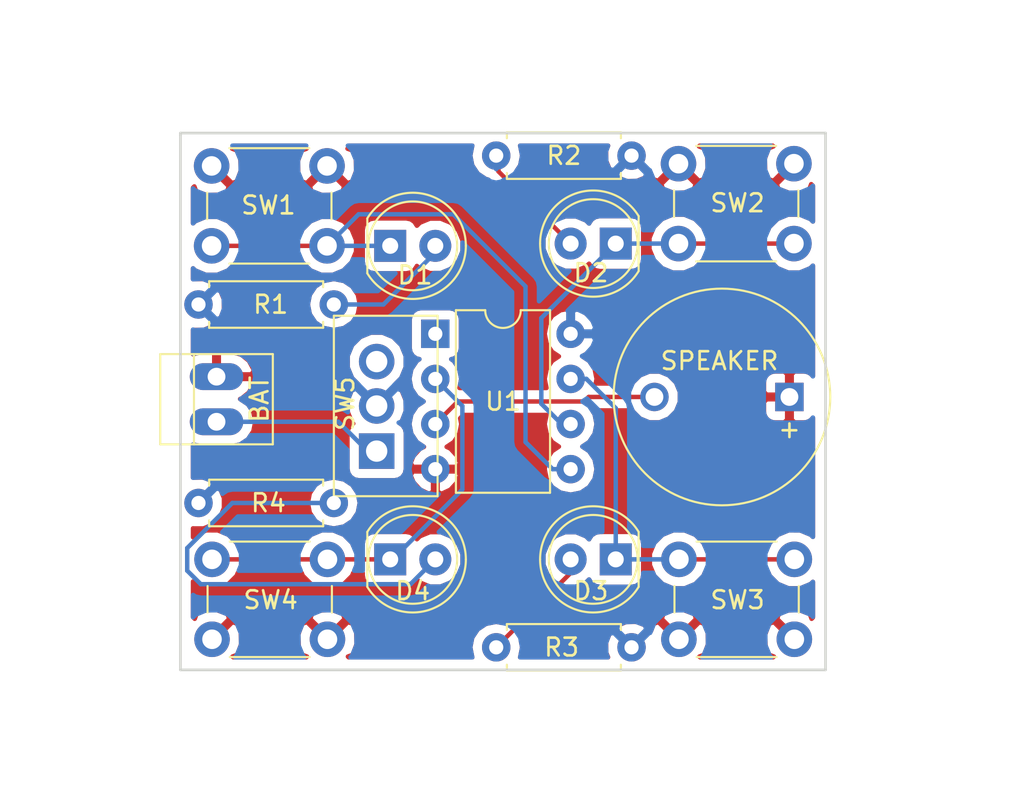
<source format=kicad_pcb>
(kicad_pcb (version 4) (host pcbnew 4.0.7)

  (general
    (links 33)
    (no_connects 0)
    (area 123.19 76.2 180.848001 120.523001)
    (thickness 1.6)
    (drawings 5)
    (tracks 49)
    (zones 0)
    (modules 16)
    (nets 14)
  )

  (page A4)
  (layers
    (0 F.Cu signal hide)
    (31 B.Cu signal)
    (32 B.Adhes user)
    (33 F.Adhes user)
    (34 B.Paste user)
    (35 F.Paste user)
    (36 B.SilkS user)
    (37 F.SilkS user)
    (38 B.Mask user)
    (39 F.Mask user)
    (40 Dwgs.User user)
    (41 Cmts.User user)
    (42 Eco1.User user)
    (43 Eco2.User user)
    (44 Edge.Cuts user)
    (45 Margin user)
    (46 B.CrtYd user)
    (47 F.CrtYd user)
    (48 B.Fab user)
    (49 F.Fab user)
  )

  (setup
    (last_trace_width 0.25)
    (trace_clearance 0.2)
    (zone_clearance 0.508)
    (zone_45_only yes)
    (trace_min 0.2)
    (segment_width 0.2)
    (edge_width 0.15)
    (via_size 0.6)
    (via_drill 0.4)
    (via_min_size 0.4)
    (via_min_drill 0.3)
    (uvia_size 0.3)
    (uvia_drill 0.1)
    (uvias_allowed no)
    (uvia_min_size 0.2)
    (uvia_min_drill 0.1)
    (pcb_text_width 0.3)
    (pcb_text_size 1.5 1.5)
    (mod_edge_width 0.15)
    (mod_text_size 1 1)
    (mod_text_width 0.15)
    (pad_size 1.524 1.524)
    (pad_drill 0.762)
    (pad_to_mask_clearance 0.2)
    (aux_axis_origin 0 0)
    (visible_elements 7FFFFFFF)
    (pcbplotparams
      (layerselection 0x010fc_80000001)
      (usegerberextensions false)
      (excludeedgelayer true)
      (linewidth 0.100000)
      (plotframeref false)
      (viasonmask false)
      (mode 1)
      (useauxorigin false)
      (hpglpennumber 1)
      (hpglpenspeed 20)
      (hpglpendiameter 15)
      (hpglpenoverlay 2)
      (psnegative false)
      (psa4output false)
      (plotreference true)
      (plotvalue true)
      (plotinvisibletext false)
      (padsonsilk false)
      (subtractmaskfromsilk false)
      (outputformat 1)
      (mirror false)
      (drillshape 0)
      (scaleselection 1)
      (outputdirectory gerber/))
  )

  (net 0 "")
  (net 1 "Net-(BT1-Pad1)")
  (net 2 GND)
  (net 3 "Net-(D1-Pad1)")
  (net 4 "Net-(D1-Pad2)")
  (net 5 "Net-(D2-Pad1)")
  (net 6 "Net-(D2-Pad2)")
  (net 7 "Net-(D3-Pad1)")
  (net 8 "Net-(D3-Pad2)")
  (net 9 "Net-(D4-Pad1)")
  (net 10 "Net-(D4-Pad2)")
  (net 11 "Net-(LS1-Pad2)")
  (net 12 "Net-(R1-Pad1)")
  (net 13 "Net-(U1-Pad1)")

  (net_class Default "This is the default net class."
    (clearance 0.2)
    (trace_width 0.25)
    (via_dia 0.6)
    (via_drill 0.4)
    (uvia_dia 0.3)
    (uvia_drill 0.1)
    (add_net GND)
    (add_net "Net-(BT1-Pad1)")
    (add_net "Net-(D1-Pad1)")
    (add_net "Net-(D1-Pad2)")
    (add_net "Net-(D2-Pad1)")
    (add_net "Net-(D2-Pad2)")
    (add_net "Net-(D3-Pad1)")
    (add_net "Net-(D3-Pad2)")
    (add_net "Net-(D4-Pad1)")
    (add_net "Net-(D4-Pad2)")
    (add_net "Net-(LS1-Pad2)")
    (add_net "Net-(R1-Pad1)")
    (add_net "Net-(U1-Pad1)")
  )

  (module Connectors:Wafer_Vertical10x5.8x7RM2.5-3 (layer F.Cu) (tedit 5A72E470) (tstamp 5A72D7D9)
    (at 144.399 101.6 90)
    (descr "Gold-Tek vertical wafer connector with 2.5mm pitch")
    (tags "wafer connector vertical")
    (path /5A72D664)
    (fp_text reference SW5 (at 2.667 -1.778 90) (layer F.SilkS)
      (effects (font (size 1 1) (thickness 0.15)))
    )
    (fp_text value SW_DIP_x01 (at 2.54 5.08 90) (layer F.Fab)
      (effects (font (size 1 1) (thickness 0.15)))
    )
    (fp_line (start -2.75 -2.75) (end 7.85 -2.75) (layer F.CrtYd) (width 0.05))
    (fp_line (start 7.85 -2.75) (end 7.85 3.8) (layer F.CrtYd) (width 0.05))
    (fp_line (start 7.85 3.8) (end -2.75 3.8) (layer F.CrtYd) (width 0.05))
    (fp_line (start -2.75 3.8) (end -2.75 -2.75) (layer F.CrtYd) (width 0.05))
    (fp_line (start 7.62 3.43) (end -2.54 3.43) (layer F.SilkS) (width 0.12))
    (fp_line (start -2.54 -2.41) (end 7.62 -2.41) (layer F.SilkS) (width 0.12))
    (fp_line (start 7.62 -2.41) (end 7.62 3.43) (layer F.SilkS) (width 0.12))
    (fp_line (start -2.54 -2.41) (end -2.54 3.43) (layer F.SilkS) (width 0.12))
    (pad 1 thru_hole rect (at 0 0 90) (size 2 2) (drill 1.2) (layers *.Cu *.Mask)
      (net 1 "Net-(BT1-Pad1)"))
    (pad 2 thru_hole circle (at 2.54 0 90) (size 2 2) (drill 1.2) (layers *.Cu *.Mask)
      (net 12 "Net-(R1-Pad1)"))
    (pad 3 thru_hole circle (at 5.04 0 90) (size 2 2) (drill 1.2) (layers *.Cu *.Mask))
    (model ${KISYS3DMOD}/Connectors.3dshapes/Wafer_Vertical10x5.8x7RM2.5-3.wrl
      (at (xyz 0 0 0))
      (scale (xyz 4 4 4))
      (rotate (xyz 0 0 0))
    )
  )

  (module Housings_DIP:DIP-8_W7.62mm (layer F.Cu) (tedit 5A72E448) (tstamp 5A72D636)
    (at 147.701 94.996)
    (descr "8-lead though-hole mounted DIP package, row spacing 7.62 mm (300 mils)")
    (tags "THT DIP DIL PDIP 2.54mm 7.62mm 300mil")
    (path /5A72D436)
    (fp_text reference U1 (at 3.81 3.81) (layer F.SilkS)
      (effects (font (size 1 1) (thickness 0.15)))
    )
    (fp_text value ATTINY85-20PU (at 3.81 9.95) (layer F.Fab)
      (effects (font (size 1 1) (thickness 0.15)))
    )
    (fp_arc (start 3.81 -1.33) (end 2.81 -1.33) (angle -180) (layer F.SilkS) (width 0.12))
    (fp_line (start 1.635 -1.27) (end 6.985 -1.27) (layer F.Fab) (width 0.1))
    (fp_line (start 6.985 -1.27) (end 6.985 8.89) (layer F.Fab) (width 0.1))
    (fp_line (start 6.985 8.89) (end 0.635 8.89) (layer F.Fab) (width 0.1))
    (fp_line (start 0.635 8.89) (end 0.635 -0.27) (layer F.Fab) (width 0.1))
    (fp_line (start 0.635 -0.27) (end 1.635 -1.27) (layer F.Fab) (width 0.1))
    (fp_line (start 2.81 -1.33) (end 1.16 -1.33) (layer F.SilkS) (width 0.12))
    (fp_line (start 1.16 -1.33) (end 1.16 8.95) (layer F.SilkS) (width 0.12))
    (fp_line (start 1.16 8.95) (end 6.46 8.95) (layer F.SilkS) (width 0.12))
    (fp_line (start 6.46 8.95) (end 6.46 -1.33) (layer F.SilkS) (width 0.12))
    (fp_line (start 6.46 -1.33) (end 4.81 -1.33) (layer F.SilkS) (width 0.12))
    (fp_line (start -1.1 -1.55) (end -1.1 9.15) (layer F.CrtYd) (width 0.05))
    (fp_line (start -1.1 9.15) (end 8.7 9.15) (layer F.CrtYd) (width 0.05))
    (fp_line (start 8.7 9.15) (end 8.7 -1.55) (layer F.CrtYd) (width 0.05))
    (fp_line (start 8.7 -1.55) (end -1.1 -1.55) (layer F.CrtYd) (width 0.05))
    (fp_text user %R (at 3.81 3.81) (layer F.Fab)
      (effects (font (size 1 1) (thickness 0.15)))
    )
    (pad 1 thru_hole rect (at 0 0) (size 1.6 1.6) (drill 0.8) (layers *.Cu *.Mask)
      (net 13 "Net-(U1-Pad1)"))
    (pad 5 thru_hole oval (at 7.62 7.62) (size 1.6 1.6) (drill 0.8) (layers *.Cu *.Mask)
      (net 3 "Net-(D1-Pad1)"))
    (pad 2 thru_hole oval (at 0 2.54) (size 1.6 1.6) (drill 0.8) (layers *.Cu *.Mask)
      (net 9 "Net-(D4-Pad1)"))
    (pad 6 thru_hole oval (at 7.62 5.08) (size 1.6 1.6) (drill 0.8) (layers *.Cu *.Mask)
      (net 5 "Net-(D2-Pad1)"))
    (pad 3 thru_hole oval (at 0 5.08) (size 1.6 1.6) (drill 0.8) (layers *.Cu *.Mask)
      (net 11 "Net-(LS1-Pad2)"))
    (pad 7 thru_hole oval (at 7.62 2.54) (size 1.6 1.6) (drill 0.8) (layers *.Cu *.Mask)
      (net 7 "Net-(D3-Pad1)"))
    (pad 4 thru_hole oval (at 0 7.62) (size 1.6 1.6) (drill 0.8) (layers *.Cu *.Mask)
      (net 2 GND))
    (pad 8 thru_hole oval (at 7.62 0) (size 1.6 1.6) (drill 0.8) (layers *.Cu *.Mask)
      (net 12 "Net-(R1-Pad1)"))
    (model ${KISYS3DMOD}/Housings_DIP.3dshapes/DIP-8_W7.62mm.wrl
      (at (xyz 0 0 0))
      (scale (xyz 1 1 1))
      (rotate (xyz 0 0 0))
    )
  )

  (module Connectors:PINHEAD1-2 (layer F.Cu) (tedit 5A72E46D) (tstamp 5A72D5CD)
    (at 135.382 99.949 90)
    (path /5A72D722)
    (fp_text reference BAT (at 1.27 2.413 90) (layer F.SilkS)
      (effects (font (size 1 1) (thickness 0.15)))
    )
    (fp_text value Battery (at 1.27 3.81 90) (layer F.Fab)
      (effects (font (size 1 1) (thickness 0.15)))
    )
    (fp_line (start 3.81 -1.27) (end -1.27 -1.27) (layer F.SilkS) (width 0.12))
    (fp_line (start 3.81 3.17) (end -1.27 3.17) (layer F.SilkS) (width 0.12))
    (fp_line (start -1.27 -3.17) (end 3.81 -3.17) (layer F.SilkS) (width 0.12))
    (fp_line (start -1.27 -3.17) (end -1.27 3.17) (layer F.SilkS) (width 0.12))
    (fp_line (start 3.81 -3.17) (end 3.81 3.17) (layer F.SilkS) (width 0.12))
    (fp_line (start -1.52 -3.42) (end 4.06 -3.42) (layer F.CrtYd) (width 0.05))
    (fp_line (start -1.52 -3.42) (end -1.52 3.42) (layer F.CrtYd) (width 0.05))
    (fp_line (start 4.06 3.42) (end 4.06 -3.42) (layer F.CrtYd) (width 0.05))
    (fp_line (start 4.06 3.42) (end -1.52 3.42) (layer F.CrtYd) (width 0.05))
    (pad 1 thru_hole oval (at 0 0 90) (size 1.51 3.01) (drill 1) (layers *.Cu *.Mask)
      (net 1 "Net-(BT1-Pad1)"))
    (pad 2 thru_hole oval (at 2.54 0 90) (size 1.51 3.01) (drill 1) (layers *.Cu *.Mask)
      (net 2 GND))
  )

  (module LEDs:LED_D5.0mm (layer F.Cu) (tedit 5A72E44D) (tstamp 5A72D5D3)
    (at 145.161 90.043)
    (descr "LED, diameter 5.0mm, 2 pins, http://cdn-reichelt.de/documents/datenblatt/A500/LL-504BC2E-009.pdf")
    (tags "LED diameter 5.0mm 2 pins")
    (path /5A72D4E8)
    (fp_text reference D1 (at 1.397 1.651) (layer F.SilkS)
      (effects (font (size 1 1) (thickness 0.15)))
    )
    (fp_text value LED (at 1.27 3.96) (layer F.Fab)
      (effects (font (size 1 1) (thickness 0.15)))
    )
    (fp_arc (start 1.27 0) (end -1.23 -1.469694) (angle 299.1) (layer F.Fab) (width 0.1))
    (fp_arc (start 1.27 0) (end -1.29 -1.54483) (angle 148.9) (layer F.SilkS) (width 0.12))
    (fp_arc (start 1.27 0) (end -1.29 1.54483) (angle -148.9) (layer F.SilkS) (width 0.12))
    (fp_circle (center 1.27 0) (end 3.77 0) (layer F.Fab) (width 0.1))
    (fp_circle (center 1.27 0) (end 3.77 0) (layer F.SilkS) (width 0.12))
    (fp_line (start -1.23 -1.469694) (end -1.23 1.469694) (layer F.Fab) (width 0.1))
    (fp_line (start -1.29 -1.545) (end -1.29 1.545) (layer F.SilkS) (width 0.12))
    (fp_line (start -1.95 -3.25) (end -1.95 3.25) (layer F.CrtYd) (width 0.05))
    (fp_line (start -1.95 3.25) (end 4.5 3.25) (layer F.CrtYd) (width 0.05))
    (fp_line (start 4.5 3.25) (end 4.5 -3.25) (layer F.CrtYd) (width 0.05))
    (fp_line (start 4.5 -3.25) (end -1.95 -3.25) (layer F.CrtYd) (width 0.05))
    (fp_text user %R (at 1.25 0) (layer F.Fab)
      (effects (font (size 0.8 0.8) (thickness 0.2)))
    )
    (pad 1 thru_hole rect (at 0 0) (size 1.8 1.8) (drill 0.9) (layers *.Cu *.Mask)
      (net 3 "Net-(D1-Pad1)"))
    (pad 2 thru_hole circle (at 2.54 0) (size 1.8 1.8) (drill 0.9) (layers *.Cu *.Mask)
      (net 4 "Net-(D1-Pad2)"))
    (model ${KISYS3DMOD}/LEDs.3dshapes/LED_D5.0mm.wrl
      (at (xyz 0 0 0))
      (scale (xyz 0.393701 0.393701 0.393701))
      (rotate (xyz 0 0 0))
    )
  )

  (module LEDs:LED_D5.0mm (layer F.Cu) (tedit 5A72E444) (tstamp 5A72D5D9)
    (at 157.861 89.916 180)
    (descr "LED, diameter 5.0mm, 2 pins, http://cdn-reichelt.de/documents/datenblatt/A500/LL-504BC2E-009.pdf")
    (tags "LED diameter 5.0mm 2 pins")
    (path /5A72DC4F)
    (fp_text reference D2 (at 1.397 -1.651 180) (layer F.SilkS)
      (effects (font (size 1 1) (thickness 0.15)))
    )
    (fp_text value LED (at 1.27 3.96 180) (layer F.Fab)
      (effects (font (size 1 1) (thickness 0.15)))
    )
    (fp_arc (start 1.27 0) (end -1.23 -1.469694) (angle 299.1) (layer F.Fab) (width 0.1))
    (fp_arc (start 1.27 0) (end -1.29 -1.54483) (angle 148.9) (layer F.SilkS) (width 0.12))
    (fp_arc (start 1.27 0) (end -1.29 1.54483) (angle -148.9) (layer F.SilkS) (width 0.12))
    (fp_circle (center 1.27 0) (end 3.77 0) (layer F.Fab) (width 0.1))
    (fp_circle (center 1.27 0) (end 3.77 0) (layer F.SilkS) (width 0.12))
    (fp_line (start -1.23 -1.469694) (end -1.23 1.469694) (layer F.Fab) (width 0.1))
    (fp_line (start -1.29 -1.545) (end -1.29 1.545) (layer F.SilkS) (width 0.12))
    (fp_line (start -1.95 -3.25) (end -1.95 3.25) (layer F.CrtYd) (width 0.05))
    (fp_line (start -1.95 3.25) (end 4.5 3.25) (layer F.CrtYd) (width 0.05))
    (fp_line (start 4.5 3.25) (end 4.5 -3.25) (layer F.CrtYd) (width 0.05))
    (fp_line (start 4.5 -3.25) (end -1.95 -3.25) (layer F.CrtYd) (width 0.05))
    (fp_text user %R (at 1.25 0 180) (layer F.Fab)
      (effects (font (size 0.8 0.8) (thickness 0.2)))
    )
    (pad 1 thru_hole rect (at 0 0 180) (size 1.8 1.8) (drill 0.9) (layers *.Cu *.Mask)
      (net 5 "Net-(D2-Pad1)"))
    (pad 2 thru_hole circle (at 2.54 0 180) (size 1.8 1.8) (drill 0.9) (layers *.Cu *.Mask)
      (net 6 "Net-(D2-Pad2)"))
    (model ${KISYS3DMOD}/LEDs.3dshapes/LED_D5.0mm.wrl
      (at (xyz 0 0 0))
      (scale (xyz 0.393701 0.393701 0.393701))
      (rotate (xyz 0 0 0))
    )
  )

  (module LEDs:LED_D5.0mm (layer F.Cu) (tedit 5A72E421) (tstamp 5A72D5DF)
    (at 157.861 107.696 180)
    (descr "LED, diameter 5.0mm, 2 pins, http://cdn-reichelt.de/documents/datenblatt/A500/LL-504BC2E-009.pdf")
    (tags "LED diameter 5.0mm 2 pins")
    (path /5A72DCCE)
    (fp_text reference D3 (at 1.397 -1.778 180) (layer F.SilkS)
      (effects (font (size 1 1) (thickness 0.15)))
    )
    (fp_text value LED (at 1.27 3.96 180) (layer F.Fab)
      (effects (font (size 1 1) (thickness 0.15)))
    )
    (fp_arc (start 1.27 0) (end -1.23 -1.469694) (angle 299.1) (layer F.Fab) (width 0.1))
    (fp_arc (start 1.27 0) (end -1.29 -1.54483) (angle 148.9) (layer F.SilkS) (width 0.12))
    (fp_arc (start 1.27 0) (end -1.29 1.54483) (angle -148.9) (layer F.SilkS) (width 0.12))
    (fp_circle (center 1.27 0) (end 3.77 0) (layer F.Fab) (width 0.1))
    (fp_circle (center 1.27 0) (end 3.77 0) (layer F.SilkS) (width 0.12))
    (fp_line (start -1.23 -1.469694) (end -1.23 1.469694) (layer F.Fab) (width 0.1))
    (fp_line (start -1.29 -1.545) (end -1.29 1.545) (layer F.SilkS) (width 0.12))
    (fp_line (start -1.95 -3.25) (end -1.95 3.25) (layer F.CrtYd) (width 0.05))
    (fp_line (start -1.95 3.25) (end 4.5 3.25) (layer F.CrtYd) (width 0.05))
    (fp_line (start 4.5 3.25) (end 4.5 -3.25) (layer F.CrtYd) (width 0.05))
    (fp_line (start 4.5 -3.25) (end -1.95 -3.25) (layer F.CrtYd) (width 0.05))
    (fp_text user %R (at 1.25 0 180) (layer F.Fab)
      (effects (font (size 0.8 0.8) (thickness 0.2)))
    )
    (pad 1 thru_hole rect (at 0 0 180) (size 1.8 1.8) (drill 0.9) (layers *.Cu *.Mask)
      (net 7 "Net-(D3-Pad1)"))
    (pad 2 thru_hole circle (at 2.54 0 180) (size 1.8 1.8) (drill 0.9) (layers *.Cu *.Mask)
      (net 8 "Net-(D3-Pad2)"))
    (model ${KISYS3DMOD}/LEDs.3dshapes/LED_D5.0mm.wrl
      (at (xyz 0 0 0))
      (scale (xyz 0.393701 0.393701 0.393701))
      (rotate (xyz 0 0 0))
    )
  )

  (module LEDs:LED_D5.0mm (layer F.Cu) (tedit 5A72E47E) (tstamp 5A72D5E5)
    (at 145.161 107.696)
    (descr "LED, diameter 5.0mm, 2 pins, http://cdn-reichelt.de/documents/datenblatt/A500/LL-504BC2E-009.pdf")
    (tags "LED diameter 5.0mm 2 pins")
    (path /5A72DD8A)
    (fp_text reference D4 (at 1.27 1.778) (layer F.SilkS)
      (effects (font (size 1 1) (thickness 0.15)))
    )
    (fp_text value LED (at 1.27 3.96) (layer F.Fab)
      (effects (font (size 1 1) (thickness 0.15)))
    )
    (fp_arc (start 1.27 0) (end -1.23 -1.469694) (angle 299.1) (layer F.Fab) (width 0.1))
    (fp_arc (start 1.27 0) (end -1.29 -1.54483) (angle 148.9) (layer F.SilkS) (width 0.12))
    (fp_arc (start 1.27 0) (end -1.29 1.54483) (angle -148.9) (layer F.SilkS) (width 0.12))
    (fp_circle (center 1.27 0) (end 3.77 0) (layer F.Fab) (width 0.1))
    (fp_circle (center 1.27 0) (end 3.77 0) (layer F.SilkS) (width 0.12))
    (fp_line (start -1.23 -1.469694) (end -1.23 1.469694) (layer F.Fab) (width 0.1))
    (fp_line (start -1.29 -1.545) (end -1.29 1.545) (layer F.SilkS) (width 0.12))
    (fp_line (start -1.95 -3.25) (end -1.95 3.25) (layer F.CrtYd) (width 0.05))
    (fp_line (start -1.95 3.25) (end 4.5 3.25) (layer F.CrtYd) (width 0.05))
    (fp_line (start 4.5 3.25) (end 4.5 -3.25) (layer F.CrtYd) (width 0.05))
    (fp_line (start 4.5 -3.25) (end -1.95 -3.25) (layer F.CrtYd) (width 0.05))
    (fp_text user %R (at 1.25 0) (layer F.Fab)
      (effects (font (size 0.8 0.8) (thickness 0.2)))
    )
    (pad 1 thru_hole rect (at 0 0) (size 1.8 1.8) (drill 0.9) (layers *.Cu *.Mask)
      (net 9 "Net-(D4-Pad1)"))
    (pad 2 thru_hole circle (at 2.54 0) (size 1.8 1.8) (drill 0.9) (layers *.Cu *.Mask)
      (net 10 "Net-(D4-Pad2)"))
    (model ${KISYS3DMOD}/LEDs.3dshapes/LED_D5.0mm.wrl
      (at (xyz 0 0 0))
      (scale (xyz 0.393701 0.393701 0.393701))
      (rotate (xyz 0 0 0))
    )
  )

  (module Buzzers_Beepers:MagneticBuzzer_ProSignal_ABI-009-RC (layer F.Cu) (tedit 5A72E437) (tstamp 5A72D5EB)
    (at 167.64 98.552 180)
    (descr "Buzzer, Elektromagnetic Beeper, Summer, 6V-DC,")
    (tags "Pro Signal ABI-009-RC ")
    (path /5A72D546)
    (fp_text reference SPEAKER (at 3.937 2.032 180) (layer F.SilkS)
      (effects (font (size 1 1) (thickness 0.15)))
    )
    (fp_text value Speaker (at 3.8 7 180) (layer F.Fab)
      (effects (font (size 1 1) (thickness 0.15)))
    )
    (fp_text user + (at 0 -1.8 180) (layer F.SilkS)
      (effects (font (size 1 1) (thickness 0.15)))
    )
    (fp_circle (center 3.8 0) (end 9.9 0) (layer F.SilkS) (width 0.12))
    (fp_circle (center 3.8 0) (end 9.8 0) (layer F.Fab) (width 0.1))
    (fp_text user + (at 0 -1.8 180) (layer F.Fab)
      (effects (font (size 1 1) (thickness 0.15)))
    )
    (fp_text user %R (at 3.8 -7 180) (layer F.Fab)
      (effects (font (size 1 1) (thickness 0.15)))
    )
    (fp_circle (center 3.8 0) (end 5.1 0) (layer F.Fab) (width 0.1))
    (fp_circle (center 3.8 0) (end 10.05 0) (layer F.CrtYd) (width 0.05))
    (pad 1 thru_hole rect (at 0 0 180) (size 1.6 1.6) (drill 1) (layers *.Cu *.Mask)
      (net 2 GND))
    (pad 2 thru_hole circle (at 7.6 0 180) (size 1.6 1.6) (drill 1) (layers *.Cu *.Mask)
      (net 11 "Net-(LS1-Pad2)"))
    (model ${KISYS3DMOD}/Buzzers_Beepers.3dshapes/MagneticBuzzer_ProSignal_ABI-009-RC.wrl
      (at (xyz 0.2992125984251969 0 0))
      (scale (xyz 1 1 1))
      (rotate (xyz 0 0 180))
    )
  )

  (module Resistors_THT:R_Axial_DIN0207_L6.3mm_D2.5mm_P7.62mm_Horizontal (layer F.Cu) (tedit 5A72E458) (tstamp 5A72D5F1)
    (at 134.366 93.345)
    (descr "Resistor, Axial_DIN0207 series, Axial, Horizontal, pin pitch=7.62mm, 0.25W = 1/4W, length*diameter=6.3*2.5mm^2, http://cdn-reichelt.de/documents/datenblatt/B400/1_4W%23YAG.pdf")
    (tags "Resistor Axial_DIN0207 series Axial Horizontal pin pitch 7.62mm 0.25W = 1/4W length 6.3mm diameter 2.5mm")
    (path /5A72D519)
    (fp_text reference R1 (at 4.064 0) (layer F.SilkS)
      (effects (font (size 1 1) (thickness 0.15)))
    )
    (fp_text value R (at 3.81 2.31) (layer F.Fab)
      (effects (font (size 1 1) (thickness 0.15)))
    )
    (fp_line (start 0.66 -1.25) (end 0.66 1.25) (layer F.Fab) (width 0.1))
    (fp_line (start 0.66 1.25) (end 6.96 1.25) (layer F.Fab) (width 0.1))
    (fp_line (start 6.96 1.25) (end 6.96 -1.25) (layer F.Fab) (width 0.1))
    (fp_line (start 6.96 -1.25) (end 0.66 -1.25) (layer F.Fab) (width 0.1))
    (fp_line (start 0 0) (end 0.66 0) (layer F.Fab) (width 0.1))
    (fp_line (start 7.62 0) (end 6.96 0) (layer F.Fab) (width 0.1))
    (fp_line (start 0.6 -0.98) (end 0.6 -1.31) (layer F.SilkS) (width 0.12))
    (fp_line (start 0.6 -1.31) (end 7.02 -1.31) (layer F.SilkS) (width 0.12))
    (fp_line (start 7.02 -1.31) (end 7.02 -0.98) (layer F.SilkS) (width 0.12))
    (fp_line (start 0.6 0.98) (end 0.6 1.31) (layer F.SilkS) (width 0.12))
    (fp_line (start 0.6 1.31) (end 7.02 1.31) (layer F.SilkS) (width 0.12))
    (fp_line (start 7.02 1.31) (end 7.02 0.98) (layer F.SilkS) (width 0.12))
    (fp_line (start -1.05 -1.6) (end -1.05 1.6) (layer F.CrtYd) (width 0.05))
    (fp_line (start -1.05 1.6) (end 8.7 1.6) (layer F.CrtYd) (width 0.05))
    (fp_line (start 8.7 1.6) (end 8.7 -1.6) (layer F.CrtYd) (width 0.05))
    (fp_line (start 8.7 -1.6) (end -1.05 -1.6) (layer F.CrtYd) (width 0.05))
    (pad 1 thru_hole circle (at 0 0) (size 1.6 1.6) (drill 0.8) (layers *.Cu *.Mask)
      (net 12 "Net-(R1-Pad1)"))
    (pad 2 thru_hole oval (at 7.62 0) (size 1.6 1.6) (drill 0.8) (layers *.Cu *.Mask)
      (net 4 "Net-(D1-Pad2)"))
    (model ${KISYS3DMOD}/Resistors_THT.3dshapes/R_Axial_DIN0207_L6.3mm_D2.5mm_P7.62mm_Horizontal.wrl
      (at (xyz 0 0 0))
      (scale (xyz 0.393701 0.393701 0.393701))
      (rotate (xyz 0 0 0))
    )
  )

  (module Resistors_THT:R_Axial_DIN0207_L6.3mm_D2.5mm_P7.62mm_Horizontal (layer F.Cu) (tedit 5A72E442) (tstamp 5A72D5F7)
    (at 158.75 84.963 180)
    (descr "Resistor, Axial_DIN0207 series, Axial, Horizontal, pin pitch=7.62mm, 0.25W = 1/4W, length*diameter=6.3*2.5mm^2, http://cdn-reichelt.de/documents/datenblatt/B400/1_4W%23YAG.pdf")
    (tags "Resistor Axial_DIN0207 series Axial Horizontal pin pitch 7.62mm 0.25W = 1/4W length 6.3mm diameter 2.5mm")
    (path /5A72DC55)
    (fp_text reference R2 (at 3.81 0 180) (layer F.SilkS)
      (effects (font (size 1 1) (thickness 0.15)))
    )
    (fp_text value R (at 3.81 2.31 180) (layer F.Fab)
      (effects (font (size 1 1) (thickness 0.15)))
    )
    (fp_line (start 0.66 -1.25) (end 0.66 1.25) (layer F.Fab) (width 0.1))
    (fp_line (start 0.66 1.25) (end 6.96 1.25) (layer F.Fab) (width 0.1))
    (fp_line (start 6.96 1.25) (end 6.96 -1.25) (layer F.Fab) (width 0.1))
    (fp_line (start 6.96 -1.25) (end 0.66 -1.25) (layer F.Fab) (width 0.1))
    (fp_line (start 0 0) (end 0.66 0) (layer F.Fab) (width 0.1))
    (fp_line (start 7.62 0) (end 6.96 0) (layer F.Fab) (width 0.1))
    (fp_line (start 0.6 -0.98) (end 0.6 -1.31) (layer F.SilkS) (width 0.12))
    (fp_line (start 0.6 -1.31) (end 7.02 -1.31) (layer F.SilkS) (width 0.12))
    (fp_line (start 7.02 -1.31) (end 7.02 -0.98) (layer F.SilkS) (width 0.12))
    (fp_line (start 0.6 0.98) (end 0.6 1.31) (layer F.SilkS) (width 0.12))
    (fp_line (start 0.6 1.31) (end 7.02 1.31) (layer F.SilkS) (width 0.12))
    (fp_line (start 7.02 1.31) (end 7.02 0.98) (layer F.SilkS) (width 0.12))
    (fp_line (start -1.05 -1.6) (end -1.05 1.6) (layer F.CrtYd) (width 0.05))
    (fp_line (start -1.05 1.6) (end 8.7 1.6) (layer F.CrtYd) (width 0.05))
    (fp_line (start 8.7 1.6) (end 8.7 -1.6) (layer F.CrtYd) (width 0.05))
    (fp_line (start 8.7 -1.6) (end -1.05 -1.6) (layer F.CrtYd) (width 0.05))
    (pad 1 thru_hole circle (at 0 0 180) (size 1.6 1.6) (drill 0.8) (layers *.Cu *.Mask)
      (net 12 "Net-(R1-Pad1)"))
    (pad 2 thru_hole oval (at 7.62 0 180) (size 1.6 1.6) (drill 0.8) (layers *.Cu *.Mask)
      (net 6 "Net-(D2-Pad2)"))
    (model ${KISYS3DMOD}/Resistors_THT.3dshapes/R_Axial_DIN0207_L6.3mm_D2.5mm_P7.62mm_Horizontal.wrl
      (at (xyz 0 0 0))
      (scale (xyz 0.393701 0.393701 0.393701))
      (rotate (xyz 0 0 0))
    )
  )

  (module Resistors_THT:R_Axial_DIN0207_L6.3mm_D2.5mm_P7.62mm_Horizontal (layer F.Cu) (tedit 5A72E41D) (tstamp 5A72D5FD)
    (at 158.75 112.649 180)
    (descr "Resistor, Axial_DIN0207 series, Axial, Horizontal, pin pitch=7.62mm, 0.25W = 1/4W, length*diameter=6.3*2.5mm^2, http://cdn-reichelt.de/documents/datenblatt/B400/1_4W%23YAG.pdf")
    (tags "Resistor Axial_DIN0207 series Axial Horizontal pin pitch 7.62mm 0.25W = 1/4W length 6.3mm diameter 2.5mm")
    (path /5A72DCD4)
    (fp_text reference R3 (at 3.937 0 180) (layer F.SilkS)
      (effects (font (size 1 1) (thickness 0.15)))
    )
    (fp_text value R (at 3.81 2.31 180) (layer F.Fab)
      (effects (font (size 1 1) (thickness 0.15)))
    )
    (fp_line (start 0.66 -1.25) (end 0.66 1.25) (layer F.Fab) (width 0.1))
    (fp_line (start 0.66 1.25) (end 6.96 1.25) (layer F.Fab) (width 0.1))
    (fp_line (start 6.96 1.25) (end 6.96 -1.25) (layer F.Fab) (width 0.1))
    (fp_line (start 6.96 -1.25) (end 0.66 -1.25) (layer F.Fab) (width 0.1))
    (fp_line (start 0 0) (end 0.66 0) (layer F.Fab) (width 0.1))
    (fp_line (start 7.62 0) (end 6.96 0) (layer F.Fab) (width 0.1))
    (fp_line (start 0.6 -0.98) (end 0.6 -1.31) (layer F.SilkS) (width 0.12))
    (fp_line (start 0.6 -1.31) (end 7.02 -1.31) (layer F.SilkS) (width 0.12))
    (fp_line (start 7.02 -1.31) (end 7.02 -0.98) (layer F.SilkS) (width 0.12))
    (fp_line (start 0.6 0.98) (end 0.6 1.31) (layer F.SilkS) (width 0.12))
    (fp_line (start 0.6 1.31) (end 7.02 1.31) (layer F.SilkS) (width 0.12))
    (fp_line (start 7.02 1.31) (end 7.02 0.98) (layer F.SilkS) (width 0.12))
    (fp_line (start -1.05 -1.6) (end -1.05 1.6) (layer F.CrtYd) (width 0.05))
    (fp_line (start -1.05 1.6) (end 8.7 1.6) (layer F.CrtYd) (width 0.05))
    (fp_line (start 8.7 1.6) (end 8.7 -1.6) (layer F.CrtYd) (width 0.05))
    (fp_line (start 8.7 -1.6) (end -1.05 -1.6) (layer F.CrtYd) (width 0.05))
    (pad 1 thru_hole circle (at 0 0 180) (size 1.6 1.6) (drill 0.8) (layers *.Cu *.Mask)
      (net 12 "Net-(R1-Pad1)"))
    (pad 2 thru_hole oval (at 7.62 0 180) (size 1.6 1.6) (drill 0.8) (layers *.Cu *.Mask)
      (net 8 "Net-(D3-Pad2)"))
    (model ${KISYS3DMOD}/Resistors_THT.3dshapes/R_Axial_DIN0207_L6.3mm_D2.5mm_P7.62mm_Horizontal.wrl
      (at (xyz 0 0 0))
      (scale (xyz 0.393701 0.393701 0.393701))
      (rotate (xyz 0 0 0))
    )
  )

  (module Resistors_THT:R_Axial_DIN0207_L6.3mm_D2.5mm_P7.62mm_Horizontal (layer F.Cu) (tedit 5A72E47B) (tstamp 5A72D603)
    (at 134.366 104.521)
    (descr "Resistor, Axial_DIN0207 series, Axial, Horizontal, pin pitch=7.62mm, 0.25W = 1/4W, length*diameter=6.3*2.5mm^2, http://cdn-reichelt.de/documents/datenblatt/B400/1_4W%23YAG.pdf")
    (tags "Resistor Axial_DIN0207 series Axial Horizontal pin pitch 7.62mm 0.25W = 1/4W length 6.3mm diameter 2.5mm")
    (path /5A72DD90)
    (fp_text reference R4 (at 3.937 0) (layer F.SilkS)
      (effects (font (size 1 1) (thickness 0.15)))
    )
    (fp_text value R (at 3.81 2.31) (layer F.Fab)
      (effects (font (size 1 1) (thickness 0.15)))
    )
    (fp_line (start 0.66 -1.25) (end 0.66 1.25) (layer F.Fab) (width 0.1))
    (fp_line (start 0.66 1.25) (end 6.96 1.25) (layer F.Fab) (width 0.1))
    (fp_line (start 6.96 1.25) (end 6.96 -1.25) (layer F.Fab) (width 0.1))
    (fp_line (start 6.96 -1.25) (end 0.66 -1.25) (layer F.Fab) (width 0.1))
    (fp_line (start 0 0) (end 0.66 0) (layer F.Fab) (width 0.1))
    (fp_line (start 7.62 0) (end 6.96 0) (layer F.Fab) (width 0.1))
    (fp_line (start 0.6 -0.98) (end 0.6 -1.31) (layer F.SilkS) (width 0.12))
    (fp_line (start 0.6 -1.31) (end 7.02 -1.31) (layer F.SilkS) (width 0.12))
    (fp_line (start 7.02 -1.31) (end 7.02 -0.98) (layer F.SilkS) (width 0.12))
    (fp_line (start 0.6 0.98) (end 0.6 1.31) (layer F.SilkS) (width 0.12))
    (fp_line (start 0.6 1.31) (end 7.02 1.31) (layer F.SilkS) (width 0.12))
    (fp_line (start 7.02 1.31) (end 7.02 0.98) (layer F.SilkS) (width 0.12))
    (fp_line (start -1.05 -1.6) (end -1.05 1.6) (layer F.CrtYd) (width 0.05))
    (fp_line (start -1.05 1.6) (end 8.7 1.6) (layer F.CrtYd) (width 0.05))
    (fp_line (start 8.7 1.6) (end 8.7 -1.6) (layer F.CrtYd) (width 0.05))
    (fp_line (start 8.7 -1.6) (end -1.05 -1.6) (layer F.CrtYd) (width 0.05))
    (pad 1 thru_hole circle (at 0 0) (size 1.6 1.6) (drill 0.8) (layers *.Cu *.Mask)
      (net 12 "Net-(R1-Pad1)"))
    (pad 2 thru_hole oval (at 7.62 0) (size 1.6 1.6) (drill 0.8) (layers *.Cu *.Mask)
      (net 10 "Net-(D4-Pad2)"))
    (model ${KISYS3DMOD}/Resistors_THT.3dshapes/R_Axial_DIN0207_L6.3mm_D2.5mm_P7.62mm_Horizontal.wrl
      (at (xyz 0 0 0))
      (scale (xyz 0.393701 0.393701 0.393701))
      (rotate (xyz 0 0 0))
    )
  )

  (module Buttons_Switches_THT:SW_PUSH_6mm_h9.5mm (layer F.Cu) (tedit 5A72E43E) (tstamp 5A72D612)
    (at 167.894 89.916 180)
    (descr "tactile push button, 6x6mm e.g. PHAP33xx series, height=9.5mm")
    (tags "tact sw push 6mm")
    (path /5A72DC49)
    (fp_text reference SW2 (at 3.175 2.286 180) (layer F.SilkS)
      (effects (font (size 1 1) (thickness 0.15)))
    )
    (fp_text value SW_DIP_x01 (at 3.75 6.7 180) (layer F.Fab)
      (effects (font (size 1 1) (thickness 0.15)))
    )
    (fp_text user %R (at 3.25 2.25 180) (layer F.Fab)
      (effects (font (size 1 1) (thickness 0.15)))
    )
    (fp_line (start 3.25 -0.75) (end 6.25 -0.75) (layer F.Fab) (width 0.1))
    (fp_line (start 6.25 -0.75) (end 6.25 5.25) (layer F.Fab) (width 0.1))
    (fp_line (start 6.25 5.25) (end 0.25 5.25) (layer F.Fab) (width 0.1))
    (fp_line (start 0.25 5.25) (end 0.25 -0.75) (layer F.Fab) (width 0.1))
    (fp_line (start 0.25 -0.75) (end 3.25 -0.75) (layer F.Fab) (width 0.1))
    (fp_line (start 7.75 6) (end 8 6) (layer F.CrtYd) (width 0.05))
    (fp_line (start 8 6) (end 8 5.75) (layer F.CrtYd) (width 0.05))
    (fp_line (start 7.75 -1.5) (end 8 -1.5) (layer F.CrtYd) (width 0.05))
    (fp_line (start 8 -1.5) (end 8 -1.25) (layer F.CrtYd) (width 0.05))
    (fp_line (start -1.5 -1.25) (end -1.5 -1.5) (layer F.CrtYd) (width 0.05))
    (fp_line (start -1.5 -1.5) (end -1.25 -1.5) (layer F.CrtYd) (width 0.05))
    (fp_line (start -1.5 5.75) (end -1.5 6) (layer F.CrtYd) (width 0.05))
    (fp_line (start -1.5 6) (end -1.25 6) (layer F.CrtYd) (width 0.05))
    (fp_line (start -1.25 -1.5) (end 7.75 -1.5) (layer F.CrtYd) (width 0.05))
    (fp_line (start -1.5 5.75) (end -1.5 -1.25) (layer F.CrtYd) (width 0.05))
    (fp_line (start 7.75 6) (end -1.25 6) (layer F.CrtYd) (width 0.05))
    (fp_line (start 8 -1.25) (end 8 5.75) (layer F.CrtYd) (width 0.05))
    (fp_line (start 1 5.5) (end 5.5 5.5) (layer F.SilkS) (width 0.12))
    (fp_line (start -0.25 1.5) (end -0.25 3) (layer F.SilkS) (width 0.12))
    (fp_line (start 5.5 -1) (end 1 -1) (layer F.SilkS) (width 0.12))
    (fp_line (start 6.75 3) (end 6.75 1.5) (layer F.SilkS) (width 0.12))
    (fp_circle (center 3.25 2.25) (end 1.25 2.5) (layer F.Fab) (width 0.1))
    (pad 2 thru_hole circle (at 0 4.5 270) (size 2 2) (drill 1.1) (layers *.Cu *.Mask)
      (net 2 GND))
    (pad 1 thru_hole circle (at 0 0 270) (size 2 2) (drill 1.1) (layers *.Cu *.Mask)
      (net 5 "Net-(D2-Pad1)"))
    (pad 2 thru_hole circle (at 6.5 4.5 270) (size 2 2) (drill 1.1) (layers *.Cu *.Mask)
      (net 2 GND))
    (pad 1 thru_hole circle (at 6.5 0 270) (size 2 2) (drill 1.1) (layers *.Cu *.Mask)
      (net 5 "Net-(D2-Pad1)"))
    (model ${KISYS3DMOD}/Buttons_Switches_THT.3dshapes/SW_PUSH_6mm_h9.5mm.wrl
      (at (xyz 0.005 0 0))
      (scale (xyz 0.3937 0.3937 0.3937))
      (rotate (xyz 0 0 0))
    )
  )

  (module Buttons_Switches_THT:SW_PUSH_6mm_h9.5mm (layer F.Cu) (tedit 5A72E426) (tstamp 5A72D61A)
    (at 161.417 107.696)
    (descr "tactile push button, 6x6mm e.g. PHAP33xx series, height=9.5mm")
    (tags "tact sw push 6mm")
    (path /5A72DCC8)
    (fp_text reference SW3 (at 3.302 2.286) (layer F.SilkS)
      (effects (font (size 1 1) (thickness 0.15)))
    )
    (fp_text value SW_DIP_x01 (at 3.75 6.7) (layer F.Fab)
      (effects (font (size 1 1) (thickness 0.15)))
    )
    (fp_text user %R (at 3.25 2.25) (layer F.Fab)
      (effects (font (size 1 1) (thickness 0.15)))
    )
    (fp_line (start 3.25 -0.75) (end 6.25 -0.75) (layer F.Fab) (width 0.1))
    (fp_line (start 6.25 -0.75) (end 6.25 5.25) (layer F.Fab) (width 0.1))
    (fp_line (start 6.25 5.25) (end 0.25 5.25) (layer F.Fab) (width 0.1))
    (fp_line (start 0.25 5.25) (end 0.25 -0.75) (layer F.Fab) (width 0.1))
    (fp_line (start 0.25 -0.75) (end 3.25 -0.75) (layer F.Fab) (width 0.1))
    (fp_line (start 7.75 6) (end 8 6) (layer F.CrtYd) (width 0.05))
    (fp_line (start 8 6) (end 8 5.75) (layer F.CrtYd) (width 0.05))
    (fp_line (start 7.75 -1.5) (end 8 -1.5) (layer F.CrtYd) (width 0.05))
    (fp_line (start 8 -1.5) (end 8 -1.25) (layer F.CrtYd) (width 0.05))
    (fp_line (start -1.5 -1.25) (end -1.5 -1.5) (layer F.CrtYd) (width 0.05))
    (fp_line (start -1.5 -1.5) (end -1.25 -1.5) (layer F.CrtYd) (width 0.05))
    (fp_line (start -1.5 5.75) (end -1.5 6) (layer F.CrtYd) (width 0.05))
    (fp_line (start -1.5 6) (end -1.25 6) (layer F.CrtYd) (width 0.05))
    (fp_line (start -1.25 -1.5) (end 7.75 -1.5) (layer F.CrtYd) (width 0.05))
    (fp_line (start -1.5 5.75) (end -1.5 -1.25) (layer F.CrtYd) (width 0.05))
    (fp_line (start 7.75 6) (end -1.25 6) (layer F.CrtYd) (width 0.05))
    (fp_line (start 8 -1.25) (end 8 5.75) (layer F.CrtYd) (width 0.05))
    (fp_line (start 1 5.5) (end 5.5 5.5) (layer F.SilkS) (width 0.12))
    (fp_line (start -0.25 1.5) (end -0.25 3) (layer F.SilkS) (width 0.12))
    (fp_line (start 5.5 -1) (end 1 -1) (layer F.SilkS) (width 0.12))
    (fp_line (start 6.75 3) (end 6.75 1.5) (layer F.SilkS) (width 0.12))
    (fp_circle (center 3.25 2.25) (end 1.25 2.5) (layer F.Fab) (width 0.1))
    (pad 2 thru_hole circle (at 0 4.5 90) (size 2 2) (drill 1.1) (layers *.Cu *.Mask)
      (net 2 GND))
    (pad 1 thru_hole circle (at 0 0 90) (size 2 2) (drill 1.1) (layers *.Cu *.Mask)
      (net 7 "Net-(D3-Pad1)"))
    (pad 2 thru_hole circle (at 6.5 4.5 90) (size 2 2) (drill 1.1) (layers *.Cu *.Mask)
      (net 2 GND))
    (pad 1 thru_hole circle (at 6.5 0 90) (size 2 2) (drill 1.1) (layers *.Cu *.Mask)
      (net 7 "Net-(D3-Pad1)"))
    (model ${KISYS3DMOD}/Buttons_Switches_THT.3dshapes/SW_PUSH_6mm_h9.5mm.wrl
      (at (xyz 0.005 0 0))
      (scale (xyz 0.3937 0.3937 0.3937))
      (rotate (xyz 0 0 0))
    )
  )

  (module Buttons_Switches_THT:SW_PUSH_6mm_h9.5mm (layer F.Cu) (tedit 5A72E479) (tstamp 5A72D622)
    (at 135.128 107.696)
    (descr "tactile push button, 6x6mm e.g. PHAP33xx series, height=9.5mm")
    (tags "tact sw push 6mm")
    (path /5A72DD84)
    (fp_text reference SW4 (at 3.302 2.286) (layer F.SilkS)
      (effects (font (size 1 1) (thickness 0.15)))
    )
    (fp_text value SW_DIP_x01 (at 3.75 6.7) (layer F.Fab)
      (effects (font (size 1 1) (thickness 0.15)))
    )
    (fp_text user %R (at 3.25 2.25) (layer F.Fab)
      (effects (font (size 1 1) (thickness 0.15)))
    )
    (fp_line (start 3.25 -0.75) (end 6.25 -0.75) (layer F.Fab) (width 0.1))
    (fp_line (start 6.25 -0.75) (end 6.25 5.25) (layer F.Fab) (width 0.1))
    (fp_line (start 6.25 5.25) (end 0.25 5.25) (layer F.Fab) (width 0.1))
    (fp_line (start 0.25 5.25) (end 0.25 -0.75) (layer F.Fab) (width 0.1))
    (fp_line (start 0.25 -0.75) (end 3.25 -0.75) (layer F.Fab) (width 0.1))
    (fp_line (start 7.75 6) (end 8 6) (layer F.CrtYd) (width 0.05))
    (fp_line (start 8 6) (end 8 5.75) (layer F.CrtYd) (width 0.05))
    (fp_line (start 7.75 -1.5) (end 8 -1.5) (layer F.CrtYd) (width 0.05))
    (fp_line (start 8 -1.5) (end 8 -1.25) (layer F.CrtYd) (width 0.05))
    (fp_line (start -1.5 -1.25) (end -1.5 -1.5) (layer F.CrtYd) (width 0.05))
    (fp_line (start -1.5 -1.5) (end -1.25 -1.5) (layer F.CrtYd) (width 0.05))
    (fp_line (start -1.5 5.75) (end -1.5 6) (layer F.CrtYd) (width 0.05))
    (fp_line (start -1.5 6) (end -1.25 6) (layer F.CrtYd) (width 0.05))
    (fp_line (start -1.25 -1.5) (end 7.75 -1.5) (layer F.CrtYd) (width 0.05))
    (fp_line (start -1.5 5.75) (end -1.5 -1.25) (layer F.CrtYd) (width 0.05))
    (fp_line (start 7.75 6) (end -1.25 6) (layer F.CrtYd) (width 0.05))
    (fp_line (start 8 -1.25) (end 8 5.75) (layer F.CrtYd) (width 0.05))
    (fp_line (start 1 5.5) (end 5.5 5.5) (layer F.SilkS) (width 0.12))
    (fp_line (start -0.25 1.5) (end -0.25 3) (layer F.SilkS) (width 0.12))
    (fp_line (start 5.5 -1) (end 1 -1) (layer F.SilkS) (width 0.12))
    (fp_line (start 6.75 3) (end 6.75 1.5) (layer F.SilkS) (width 0.12))
    (fp_circle (center 3.25 2.25) (end 1.25 2.5) (layer F.Fab) (width 0.1))
    (pad 2 thru_hole circle (at 0 4.5 90) (size 2 2) (drill 1.1) (layers *.Cu *.Mask)
      (net 2 GND))
    (pad 1 thru_hole circle (at 0 0 90) (size 2 2) (drill 1.1) (layers *.Cu *.Mask)
      (net 9 "Net-(D4-Pad1)"))
    (pad 2 thru_hole circle (at 6.5 4.5 90) (size 2 2) (drill 1.1) (layers *.Cu *.Mask)
      (net 2 GND))
    (pad 1 thru_hole circle (at 6.5 0 90) (size 2 2) (drill 1.1) (layers *.Cu *.Mask)
      (net 9 "Net-(D4-Pad1)"))
    (model ${KISYS3DMOD}/Buttons_Switches_THT.3dshapes/SW_PUSH_6mm_h9.5mm.wrl
      (at (xyz 0.005 0 0))
      (scale (xyz 0.3937 0.3937 0.3937))
      (rotate (xyz 0 0 0))
    )
  )

  (module Buttons_Switches_THT:SW_PUSH_6mm_h5mm (layer F.Cu) (tedit 5A72E452) (tstamp 5A72D7D2)
    (at 141.605 90.043 180)
    (descr "tactile push button, 6x6mm e.g. PHAP33xx series, height=5mm")
    (tags "tact sw push 6mm")
    (path /5A72D499)
    (fp_text reference SW1 (at 3.302 2.286 180) (layer F.SilkS)
      (effects (font (size 1 1) (thickness 0.15)))
    )
    (fp_text value SW_DIP_x01 (at 3.75 6.7 180) (layer F.Fab)
      (effects (font (size 1 1) (thickness 0.15)))
    )
    (fp_text user %R (at 3.25 2.25 180) (layer F.Fab)
      (effects (font (size 1 1) (thickness 0.15)))
    )
    (fp_line (start 3.25 -0.75) (end 6.25 -0.75) (layer F.Fab) (width 0.1))
    (fp_line (start 6.25 -0.75) (end 6.25 5.25) (layer F.Fab) (width 0.1))
    (fp_line (start 6.25 5.25) (end 0.25 5.25) (layer F.Fab) (width 0.1))
    (fp_line (start 0.25 5.25) (end 0.25 -0.75) (layer F.Fab) (width 0.1))
    (fp_line (start 0.25 -0.75) (end 3.25 -0.75) (layer F.Fab) (width 0.1))
    (fp_line (start 7.75 6) (end 8 6) (layer F.CrtYd) (width 0.05))
    (fp_line (start 8 6) (end 8 5.75) (layer F.CrtYd) (width 0.05))
    (fp_line (start 7.75 -1.5) (end 8 -1.5) (layer F.CrtYd) (width 0.05))
    (fp_line (start 8 -1.5) (end 8 -1.25) (layer F.CrtYd) (width 0.05))
    (fp_line (start -1.5 -1.25) (end -1.5 -1.5) (layer F.CrtYd) (width 0.05))
    (fp_line (start -1.5 -1.5) (end -1.25 -1.5) (layer F.CrtYd) (width 0.05))
    (fp_line (start -1.5 5.75) (end -1.5 6) (layer F.CrtYd) (width 0.05))
    (fp_line (start -1.5 6) (end -1.25 6) (layer F.CrtYd) (width 0.05))
    (fp_line (start -1.25 -1.5) (end 7.75 -1.5) (layer F.CrtYd) (width 0.05))
    (fp_line (start -1.5 5.75) (end -1.5 -1.25) (layer F.CrtYd) (width 0.05))
    (fp_line (start 7.75 6) (end -1.25 6) (layer F.CrtYd) (width 0.05))
    (fp_line (start 8 -1.25) (end 8 5.75) (layer F.CrtYd) (width 0.05))
    (fp_line (start 1 5.5) (end 5.5 5.5) (layer F.SilkS) (width 0.12))
    (fp_line (start -0.25 1.5) (end -0.25 3) (layer F.SilkS) (width 0.12))
    (fp_line (start 5.5 -1) (end 1 -1) (layer F.SilkS) (width 0.12))
    (fp_line (start 6.75 3) (end 6.75 1.5) (layer F.SilkS) (width 0.12))
    (fp_circle (center 3.25 2.25) (end 1.25 2.5) (layer F.Fab) (width 0.1))
    (pad 2 thru_hole circle (at 0 4.5 270) (size 2 2) (drill 1.1) (layers *.Cu *.Mask)
      (net 2 GND))
    (pad 1 thru_hole circle (at 0 0 270) (size 2 2) (drill 1.1) (layers *.Cu *.Mask)
      (net 3 "Net-(D1-Pad1)"))
    (pad 2 thru_hole circle (at 6.5 4.5 270) (size 2 2) (drill 1.1) (layers *.Cu *.Mask)
      (net 2 GND))
    (pad 1 thru_hole circle (at 6.5 0 270) (size 2 2) (drill 1.1) (layers *.Cu *.Mask)
      (net 3 "Net-(D1-Pad1)"))
    (model ${KISYS3DMOD}/Buttons_Switches_THT.3dshapes/SW_PUSH_6mm_h5mm.wrl
      (at (xyz 0.005 0 0))
      (scale (xyz 0.3937 0.3937 0.3937))
      (rotate (xyz 0 0 0))
    )
  )

  (gr_line (start 133.35 83.693) (end 133.35 83.82) (angle 90) (layer Edge.Cuts) (width 0.15))
  (gr_line (start 169.672 83.693) (end 133.35 83.693) (angle 90) (layer Edge.Cuts) (width 0.15))
  (gr_line (start 169.672 113.919) (end 169.672 83.693) (angle 90) (layer Edge.Cuts) (width 0.15))
  (gr_line (start 133.35 113.919) (end 169.672 113.919) (angle 90) (layer Edge.Cuts) (width 0.15))
  (gr_line (start 133.35 83.82) (end 133.35 113.919) (angle 90) (layer Edge.Cuts) (width 0.15))

  (segment (start 135.382 99.949) (end 142.24 99.949) (width 0.25) (layer B.Cu) (net 1))
  (segment (start 142.24 99.949) (end 143.891 101.6) (width 0.25) (layer B.Cu) (net 1) (tstamp 5A72E09B))
  (segment (start 141.605 90.043) (end 135.105 90.043) (width 0.25) (layer F.Cu) (net 3))
  (segment (start 155.321 102.616) (end 154.305 102.616) (width 0.25) (layer B.Cu) (net 3))
  (segment (start 143.383 88.265) (end 141.605 90.043) (width 0.25) (layer B.Cu) (net 3) (tstamp 5A72DFF1))
  (segment (start 148.717 88.265) (end 143.383 88.265) (width 0.25) (layer B.Cu) (net 3) (tstamp 5A72DFEF))
  (segment (start 152.781 92.329) (end 148.717 88.265) (width 0.25) (layer B.Cu) (net 3) (tstamp 5A72DFED))
  (segment (start 152.781 101.092) (end 152.781 92.329) (width 0.25) (layer B.Cu) (net 3) (tstamp 5A72DFEB))
  (segment (start 154.305 102.616) (end 152.781 101.092) (width 0.25) (layer B.Cu) (net 3) (tstamp 5A72DFE9))
  (segment (start 141.605 90.043) (end 145.161 90.043) (width 0.25) (layer B.Cu) (net 3) (tstamp 5A72DFF3))
  (segment (start 144.78 93.345) (end 141.986 93.345) (width 0.25) (layer B.Cu) (net 4) (tstamp 5A72DF78))
  (segment (start 147.701 90.424) (end 144.78 93.345) (width 0.25) (layer B.Cu) (net 4) (tstamp 5A72DF73))
  (segment (start 147.701 90.043) (end 147.701 90.424) (width 0.25) (layer B.Cu) (net 4))
  (segment (start 161.394 89.916) (end 167.894 89.916) (width 0.25) (layer F.Cu) (net 5))
  (segment (start 155.321 100.076) (end 154.813 100.076) (width 0.25) (layer B.Cu) (net 5))
  (segment (start 154.813 100.076) (end 153.67 98.933) (width 0.25) (layer B.Cu) (net 5) (tstamp 5A72E38D))
  (segment (start 153.67 98.933) (end 153.67 94.107) (width 0.25) (layer B.Cu) (net 5) (tstamp 5A72E38F))
  (segment (start 153.67 94.107) (end 157.861 89.916) (width 0.25) (layer B.Cu) (net 5) (tstamp 5A72E392))
  (segment (start 157.861 89.916) (end 161.394 89.916) (width 0.25) (layer B.Cu) (net 5))
  (segment (start 155.321 89.916) (end 151.257 85.852) (width 0.25) (layer F.Cu) (net 6))
  (segment (start 151.257 85.852) (end 151.257 85.09) (width 0.25) (layer F.Cu) (net 6) (tstamp 5A72E335))
  (segment (start 151.257 85.09) (end 151.13 84.963) (width 0.25) (layer F.Cu) (net 6) (tstamp 5A72E336))
  (segment (start 151.13 84.963) (end 151.13 85.725) (width 0.25) (layer B.Cu) (net 6))
  (segment (start 167.917 107.696) (end 161.417 107.696) (width 0.25) (layer F.Cu) (net 7))
  (segment (start 155.321 97.536) (end 156.21 97.536) (width 0.25) (layer B.Cu) (net 7))
  (segment (start 157.861 99.187) (end 157.861 107.696) (width 0.25) (layer B.Cu) (net 7) (tstamp 5A72E397))
  (segment (start 156.21 97.536) (end 157.861 99.187) (width 0.25) (layer B.Cu) (net 7) (tstamp 5A72E396))
  (segment (start 155.321 97.536) (end 155.321 98.044) (width 0.25) (layer B.Cu) (net 7))
  (segment (start 157.861 107.696) (end 161.417 107.696) (width 0.25) (layer B.Cu) (net 7) (tstamp 5A72E01A))
  (segment (start 155.321 107.696) (end 155.321 108.458) (width 0.25) (layer F.Cu) (net 8))
  (segment (start 155.321 108.458) (end 151.13 112.649) (width 0.25) (layer F.Cu) (net 8) (tstamp 5A72E330))
  (segment (start 145.161 107.696) (end 145.288 107.696) (width 0.25) (layer B.Cu) (net 9))
  (segment (start 145.288 107.696) (end 149.225 103.759) (width 0.25) (layer B.Cu) (net 9) (tstamp 5A85F06F))
  (segment (start 149.225 99.06) (end 147.701 97.536) (width 0.25) (layer B.Cu) (net 9) (tstamp 5A85F077))
  (segment (start 149.225 103.759) (end 149.225 99.06) (width 0.25) (layer B.Cu) (net 9) (tstamp 5A85F074))
  (segment (start 141.628 107.696) (end 145.161 107.696) (width 0.25) (layer F.Cu) (net 9))
  (segment (start 141.628 107.696) (end 135.128 107.696) (width 0.25) (layer F.Cu) (net 9))
  (segment (start 147.701 97.536) (end 147.701 97.663) (width 0.25) (layer B.Cu) (net 9))
  (segment (start 145.923 106.934) (end 145.161 107.696) (width 0.25) (layer B.Cu) (net 9) (tstamp 5A72E154))
  (segment (start 141.986 104.521) (end 136.271 104.521) (width 0.25) (layer B.Cu) (net 10))
  (segment (start 136.271 104.521) (end 133.731 107.061) (width 0.25) (layer B.Cu) (net 10) (tstamp 5A72E15D))
  (segment (start 133.731 107.061) (end 133.731 108.331) (width 0.25) (layer B.Cu) (net 10) (tstamp 5A72E166))
  (segment (start 133.731 108.331) (end 134.493 109.093) (width 0.25) (layer B.Cu) (net 10) (tstamp 5A72E169))
  (segment (start 134.493 109.093) (end 146.304 109.093) (width 0.25) (layer B.Cu) (net 10) (tstamp 5A72E16B))
  (segment (start 146.304 109.093) (end 147.701 107.696) (width 0.25) (layer B.Cu) (net 10) (tstamp 5A72E170))
  (segment (start 160.04 98.552) (end 156.337 98.552) (width 0.25) (layer F.Cu) (net 11))
  (segment (start 148.971 98.806) (end 147.701 100.076) (width 0.25) (layer F.Cu) (net 11) (tstamp 5A72E3E8))
  (segment (start 156.083 98.806) (end 148.971 98.806) (width 0.25) (layer F.Cu) (net 11) (tstamp 5A72E3E3))
  (segment (start 156.337 98.552) (end 156.083 98.806) (width 0.25) (layer F.Cu) (net 11) (tstamp 5A72E3E1))

  (zone (net 12) (net_name "Net-(R1-Pad1)") (layer B.Cu) (tstamp 5A72DF4B) (hatch edge 0.508)
    (connect_pads thru_hole_only (clearance 0.508))
    (min_thickness 0.254)
    (fill yes (arc_segments 16) (thermal_gap 0.508) (thermal_bridge_width 0.508))
    (polygon
      (pts
        (xy 180.848 120.142) (xy 123.317 120.523) (xy 123.19 78.105) (xy 180.213 76.2)
      )
    )
    (filled_polygon
      (pts
        (xy 140.219722 84.615637) (xy 139.970284 85.216352) (xy 139.969716 85.866795) (xy 140.218106 86.467943) (xy 140.677637 86.928278)
        (xy 141.278352 87.177716) (xy 141.928795 87.178284) (xy 142.529943 86.929894) (xy 142.990278 86.470363) (xy 143.239716 85.869648)
        (xy 143.240284 85.219205) (xy 142.991894 84.618057) (xy 142.777213 84.403) (xy 149.783369 84.403) (xy 149.77612 84.413849)
        (xy 149.666887 84.963) (xy 149.77612 85.512151) (xy 150.087189 85.977698) (xy 150.552736 86.288767) (xy 150.665682 86.311233)
        (xy 150.839161 86.427148) (xy 151.13 86.485) (xy 151.420839 86.427148) (xy 151.594318 86.311233) (xy 151.707264 86.288767)
        (xy 152.172811 85.977698) (xy 152.177456 85.970745) (xy 157.921861 85.970745) (xy 157.995995 86.216864) (xy 158.533223 86.409965)
        (xy 159.103454 86.382778) (xy 159.504005 86.216864) (xy 159.578139 85.970745) (xy 158.75 85.142605) (xy 157.921861 85.970745)
        (xy 152.177456 85.970745) (xy 152.48388 85.512151) (xy 152.593113 84.963) (xy 152.48388 84.413849) (xy 152.476631 84.403)
        (xy 157.426403 84.403) (xy 157.303035 84.746223) (xy 157.330222 85.316454) (xy 157.496136 85.717005) (xy 157.742255 85.791139)
        (xy 158.570395 84.963) (xy 158.556252 84.948858) (xy 158.735858 84.769253) (xy 158.75 84.783395) (xy 158.764143 84.769253)
        (xy 158.943748 84.948858) (xy 158.929605 84.963) (xy 159.757745 85.791139) (xy 159.777475 85.785196) (xy 160.007106 86.340943)
        (xy 160.466637 86.801278) (xy 161.067352 87.050716) (xy 161.717795 87.051284) (xy 162.318943 86.802894) (xy 162.779278 86.343363)
        (xy 163.028716 85.742648) (xy 163.029284 85.092205) (xy 162.780894 84.491057) (xy 162.692991 84.403) (xy 166.594509 84.403)
        (xy 166.508722 84.488637) (xy 166.259284 85.089352) (xy 166.258716 85.739795) (xy 166.507106 86.340943) (xy 166.966637 86.801278)
        (xy 167.567352 87.050716) (xy 168.217795 87.051284) (xy 168.818943 86.802894) (xy 168.962 86.660087) (xy 168.962 88.671605)
        (xy 168.821363 88.530722) (xy 168.220648 88.281284) (xy 167.570205 88.280716) (xy 166.969057 88.529106) (xy 166.508722 88.988637)
        (xy 166.259284 89.589352) (xy 166.258716 90.239795) (xy 166.507106 90.840943) (xy 166.966637 91.301278) (xy 167.567352 91.550716)
        (xy 168.217795 91.551284) (xy 168.818943 91.302894) (xy 168.962 91.160087) (xy 168.962 97.390554) (xy 168.90409 97.300559)
        (xy 168.69189 97.155569) (xy 168.44 97.10456) (xy 166.84 97.10456) (xy 166.604683 97.148838) (xy 166.388559 97.28791)
        (xy 166.243569 97.50011) (xy 166.19256 97.752) (xy 166.19256 99.352) (xy 166.236838 99.587317) (xy 166.37591 99.803441)
        (xy 166.58811 99.948431) (xy 166.84 99.99944) (xy 168.44 99.99944) (xy 168.675317 99.955162) (xy 168.891441 99.81609)
        (xy 168.962 99.712823) (xy 168.962 106.428565) (xy 168.844363 106.310722) (xy 168.243648 106.061284) (xy 167.593205 106.060716)
        (xy 166.992057 106.309106) (xy 166.531722 106.768637) (xy 166.282284 107.369352) (xy 166.281716 108.019795) (xy 166.530106 108.620943)
        (xy 166.989637 109.081278) (xy 167.590352 109.330716) (xy 168.240795 109.331284) (xy 168.841943 109.082894) (xy 168.962 108.963047)
        (xy 168.962 110.928565) (xy 168.844363 110.810722) (xy 168.243648 110.561284) (xy 167.593205 110.560716) (xy 166.992057 110.809106)
        (xy 166.531722 111.268637) (xy 166.282284 111.869352) (xy 166.281716 112.519795) (xy 166.530106 113.120943) (xy 166.618009 113.209)
        (xy 162.716491 113.209) (xy 162.802278 113.123363) (xy 163.051716 112.522648) (xy 163.052284 111.872205) (xy 162.803894 111.271057)
        (xy 162.344363 110.810722) (xy 161.743648 110.561284) (xy 161.093205 110.560716) (xy 160.492057 110.809106) (xy 160.031722 111.268637)
        (xy 159.797453 111.832821) (xy 159.757745 111.820861) (xy 158.929605 112.649) (xy 158.943748 112.663142) (xy 158.764143 112.842748)
        (xy 158.75 112.828605) (xy 158.735858 112.842748) (xy 158.556252 112.663142) (xy 158.570395 112.649) (xy 157.742255 111.820861)
        (xy 157.496136 111.894995) (xy 157.303035 112.432223) (xy 157.330222 113.002454) (xy 157.415776 113.209) (xy 152.476631 113.209)
        (xy 152.48388 113.198151) (xy 152.593113 112.649) (xy 152.48388 112.099849) (xy 152.177457 111.641255) (xy 157.921861 111.641255)
        (xy 158.75 112.469395) (xy 159.578139 111.641255) (xy 159.504005 111.395136) (xy 158.966777 111.202035) (xy 158.396546 111.229222)
        (xy 157.995995 111.395136) (xy 157.921861 111.641255) (xy 152.177457 111.641255) (xy 152.172811 111.634302) (xy 151.707264 111.323233)
        (xy 151.158113 111.214) (xy 151.101887 111.214) (xy 150.552736 111.323233) (xy 150.087189 111.634302) (xy 149.77612 112.099849)
        (xy 149.666887 112.649) (xy 149.77612 113.198151) (xy 149.783369 113.209) (xy 142.927491 113.209) (xy 143.013278 113.123363)
        (xy 143.262716 112.522648) (xy 143.263284 111.872205) (xy 143.014894 111.271057) (xy 142.555363 110.810722) (xy 141.954648 110.561284)
        (xy 141.304205 110.560716) (xy 140.703057 110.809106) (xy 140.242722 111.268637) (xy 139.993284 111.869352) (xy 139.992716 112.519795)
        (xy 140.241106 113.120943) (xy 140.329009 113.209) (xy 136.427491 113.209) (xy 136.513278 113.123363) (xy 136.762716 112.522648)
        (xy 136.763284 111.872205) (xy 136.514894 111.271057) (xy 136.055363 110.810722) (xy 135.454648 110.561284) (xy 134.804205 110.560716)
        (xy 134.203057 110.809106) (xy 134.06 110.951913) (xy 134.06 109.700159) (xy 134.202161 109.795148) (xy 134.493 109.853)
        (xy 146.304 109.853) (xy 146.594839 109.795148) (xy 146.841401 109.630401) (xy 147.286036 109.185766) (xy 147.39433 109.230733)
        (xy 148.004991 109.231265) (xy 148.569371 108.998068) (xy 149.001551 108.566643) (xy 149.235733 108.00267) (xy 149.236265 107.392009)
        (xy 149.003068 106.827629) (xy 148.571643 106.395449) (xy 148.00767 106.161267) (xy 147.897631 106.161171) (xy 149.762401 104.296401)
        (xy 149.927148 104.049839) (xy 149.985 103.759) (xy 149.985 99.06) (xy 149.933083 98.799) (xy 149.927148 98.76916)
        (xy 149.762401 98.522599) (xy 149.099688 97.859886) (xy 149.164113 97.536) (xy 149.05488 96.986849) (xy 148.743811 96.521302)
        (xy 148.599535 96.424899) (xy 148.736317 96.399162) (xy 148.952441 96.26009) (xy 149.097431 96.04789) (xy 149.14844 95.796)
        (xy 149.14844 94.196) (xy 149.104162 93.960683) (xy 148.96509 93.744559) (xy 148.75289 93.599569) (xy 148.501 93.54856)
        (xy 146.901 93.54856) (xy 146.665683 93.592838) (xy 146.449559 93.73191) (xy 146.304569 93.94411) (xy 146.25356 94.196)
        (xy 146.25356 95.796) (xy 146.297838 96.031317) (xy 146.43691 96.247441) (xy 146.64911 96.392431) (xy 146.804089 96.423815)
        (xy 146.658189 96.521302) (xy 146.34712 96.986849) (xy 146.237887 97.536) (xy 146.34712 98.085151) (xy 146.658189 98.550698)
        (xy 147.040275 98.806) (xy 146.658189 99.061302) (xy 146.34712 99.526849) (xy 146.237887 100.076) (xy 146.34712 100.625151)
        (xy 146.658189 101.090698) (xy 147.040275 101.346) (xy 146.658189 101.601302) (xy 146.34712 102.066849) (xy 146.237887 102.616)
        (xy 146.34712 103.165151) (xy 146.658189 103.630698) (xy 147.123736 103.941767) (xy 147.672887 104.051) (xy 147.729113 104.051)
        (xy 147.89025 104.018948) (xy 145.760638 106.14856) (xy 144.261 106.14856) (xy 144.025683 106.192838) (xy 143.809559 106.33191)
        (xy 143.664569 106.54411) (xy 143.61356 106.796) (xy 143.61356 108.333) (xy 143.133847 108.333) (xy 143.262716 108.022648)
        (xy 143.263284 107.372205) (xy 143.014894 106.771057) (xy 142.555363 106.310722) (xy 141.954648 106.061284) (xy 141.304205 106.060716)
        (xy 140.703057 106.309106) (xy 140.242722 106.768637) (xy 139.993284 107.369352) (xy 139.992716 108.019795) (xy 140.12213 108.333)
        (xy 136.633847 108.333) (xy 136.762716 108.022648) (xy 136.763284 107.372205) (xy 136.514894 106.771057) (xy 136.055363 106.310722)
        (xy 135.702571 106.164231) (xy 136.585802 105.281) (xy 140.773005 105.281) (xy 140.943189 105.535698) (xy 141.408736 105.846767)
        (xy 141.957887 105.956) (xy 142.014113 105.956) (xy 142.563264 105.846767) (xy 143.028811 105.535698) (xy 143.33988 105.070151)
        (xy 143.449113 104.521) (xy 143.33988 103.971849) (xy 143.028811 103.506302) (xy 142.563264 103.195233) (xy 142.014113 103.086)
        (xy 141.957887 103.086) (xy 141.408736 103.195233) (xy 140.943189 103.506302) (xy 140.773005 103.761) (xy 136.271 103.761)
        (xy 136.028414 103.809254) (xy 135.98016 103.818852) (xy 135.733599 103.983599) (xy 135.716618 104.00058) (xy 135.619864 103.766995)
        (xy 135.373745 103.692861) (xy 134.545605 104.521) (xy 134.559748 104.535142) (xy 134.380142 104.714748) (xy 134.366 104.700605)
        (xy 134.351858 104.714748) (xy 134.172253 104.535143) (xy 134.186395 104.521) (xy 134.172253 104.506858) (xy 134.351858 104.327253)
        (xy 134.366 104.341395) (xy 135.194139 103.513255) (xy 135.120005 103.267136) (xy 134.582777 103.074035) (xy 134.06 103.09896)
        (xy 134.06 101.233562) (xy 134.590075 101.339) (xy 136.173925 101.339) (xy 136.705855 101.233193) (xy 137.156803 100.931878)
        (xy 137.305726 100.709) (xy 141.925198 100.709) (xy 142.75156 101.535362) (xy 142.75156 102.6) (xy 142.795838 102.835317)
        (xy 142.93491 103.051441) (xy 143.14711 103.196431) (xy 143.399 103.24744) (xy 145.399 103.24744) (xy 145.634317 103.203162)
        (xy 145.850441 103.06409) (xy 145.995431 102.85189) (xy 146.04644 102.6) (xy 146.04644 100.6) (xy 146.002162 100.364683)
        (xy 145.86309 100.148559) (xy 145.65089 100.003569) (xy 145.637998 100.000958) (xy 145.818387 99.934264) (xy 146.044908 99.324539)
        (xy 146.020856 98.67454) (xy 145.818387 98.185736) (xy 145.551532 98.087073) (xy 144.578605 99.06) (xy 144.592748 99.074143)
        (xy 144.413143 99.253748) (xy 144.399 99.239605) (xy 144.384858 99.253748) (xy 144.205253 99.074143) (xy 144.219395 99.06)
        (xy 143.246468 98.087073) (xy 142.979613 98.185736) (xy 142.753092 98.795461) (xy 142.775853 99.410565) (xy 142.530839 99.246852)
        (xy 142.24 99.189) (xy 137.305726 99.189) (xy 137.156803 98.966122) (xy 136.727096 98.679) (xy 137.156803 98.391878)
        (xy 137.458118 97.94093) (xy 137.563925 97.409) (xy 137.459456 96.883795) (xy 142.763716 96.883795) (xy 143.012106 97.484943)
        (xy 143.428187 97.901752) (xy 143.426073 97.907468) (xy 144.399 98.880395) (xy 145.371927 97.907468) (xy 145.369639 97.901278)
        (xy 145.784278 97.487363) (xy 146.033716 96.886648) (xy 146.034284 96.236205) (xy 145.785894 95.635057) (xy 145.326363 95.174722)
        (xy 144.725648 94.925284) (xy 144.075205 94.924716) (xy 143.474057 95.173106) (xy 143.013722 95.632637) (xy 142.764284 96.233352)
        (xy 142.763716 96.883795) (xy 137.459456 96.883795) (xy 137.458118 96.87707) (xy 137.156803 96.426122) (xy 136.705855 96.124807)
        (xy 136.173925 96.019) (xy 134.590075 96.019) (xy 134.06 96.124438) (xy 134.06 94.759895) (xy 134.149223 94.791965)
        (xy 134.719454 94.764778) (xy 135.120005 94.598864) (xy 135.194139 94.352745) (xy 134.366 93.524605) (xy 134.351858 93.538748)
        (xy 134.172253 93.359143) (xy 134.186395 93.345) (xy 134.545605 93.345) (xy 135.373745 94.173139) (xy 135.619864 94.099005)
        (xy 135.812965 93.561777) (xy 135.785778 92.991546) (xy 135.619864 92.590995) (xy 135.373745 92.516861) (xy 134.545605 93.345)
        (xy 134.186395 93.345) (xy 134.172253 93.330858) (xy 134.351858 93.151253) (xy 134.366 93.165395) (xy 135.194139 92.337255)
        (xy 135.120005 92.091136) (xy 134.582777 91.898035) (xy 134.06 91.92296) (xy 134.06 91.310435) (xy 134.177637 91.428278)
        (xy 134.778352 91.677716) (xy 135.428795 91.678284) (xy 136.029943 91.429894) (xy 136.490278 90.970363) (xy 136.739716 90.369648)
        (xy 136.739718 90.366795) (xy 139.969716 90.366795) (xy 140.218106 90.967943) (xy 140.677637 91.428278) (xy 141.278352 91.677716)
        (xy 141.928795 91.678284) (xy 142.529943 91.429894) (xy 142.990278 90.970363) (xy 143.059773 90.803) (xy 143.61356 90.803)
        (xy 143.61356 90.943) (xy 143.657838 91.178317) (xy 143.79691 91.394441) (xy 144.00911 91.539431) (xy 144.261 91.59044)
        (xy 145.459758 91.59044) (xy 144.465198 92.585) (xy 143.198995 92.585) (xy 143.028811 92.330302) (xy 142.563264 92.019233)
        (xy 142.014113 91.91) (xy 141.957887 91.91) (xy 141.408736 92.019233) (xy 140.943189 92.330302) (xy 140.63212 92.795849)
        (xy 140.522887 93.345) (xy 140.63212 93.894151) (xy 140.943189 94.359698) (xy 141.408736 94.670767) (xy 141.957887 94.78)
        (xy 142.014113 94.78) (xy 142.563264 94.670767) (xy 143.028811 94.359698) (xy 143.198995 94.105) (xy 144.78 94.105)
        (xy 145.070839 94.047148) (xy 145.317401 93.882401) (xy 147.621871 91.577931) (xy 148.004991 91.578265) (xy 148.569371 91.345068)
        (xy 149.001551 90.913643) (xy 149.235733 90.34967) (xy 149.23616 89.858962) (xy 152.021 92.643802) (xy 152.021 101.092)
        (xy 152.078852 101.382839) (xy 152.243599 101.629401) (xy 153.767599 103.153401) (xy 154.01416 103.318148) (xy 154.062414 103.327746)
        (xy 154.077809 103.330808) (xy 154.278189 103.630698) (xy 154.743736 103.941767) (xy 155.292887 104.051) (xy 155.349113 104.051)
        (xy 155.898264 103.941767) (xy 156.363811 103.630698) (xy 156.67488 103.165151) (xy 156.784113 102.616) (xy 156.67488 102.066849)
        (xy 156.363811 101.601302) (xy 155.981725 101.346) (xy 156.363811 101.090698) (xy 156.67488 100.625151) (xy 156.784113 100.076)
        (xy 156.67488 99.526849) (xy 156.363811 99.061302) (xy 155.981725 98.806) (xy 156.235578 98.63638) (xy 157.101 99.501802)
        (xy 157.101 106.14856) (xy 156.961 106.14856) (xy 156.725683 106.192838) (xy 156.509559 106.33191) (xy 156.364569 106.54411)
        (xy 156.360433 106.564534) (xy 156.191643 106.395449) (xy 155.62767 106.161267) (xy 155.017009 106.160735) (xy 154.452629 106.393932)
        (xy 154.020449 106.825357) (xy 153.786267 107.38933) (xy 153.785735 107.999991) (xy 154.018932 108.564371) (xy 154.450357 108.996551)
        (xy 155.01433 109.230733) (xy 155.624991 109.231265) (xy 156.189371 108.998068) (xy 156.357613 108.83012) (xy 156.357838 108.831317)
        (xy 156.49691 109.047441) (xy 156.70911 109.192431) (xy 156.961 109.24344) (xy 158.761 109.24344) (xy 158.996317 109.199162)
        (xy 159.212441 109.06009) (xy 159.357431 108.84789) (xy 159.40844 108.596) (xy 159.40844 108.456) (xy 159.961953 108.456)
        (xy 160.030106 108.620943) (xy 160.489637 109.081278) (xy 161.090352 109.330716) (xy 161.740795 109.331284) (xy 162.341943 109.082894)
        (xy 162.802278 108.623363) (xy 163.051716 108.022648) (xy 163.052284 107.372205) (xy 162.803894 106.771057) (xy 162.344363 106.310722)
        (xy 161.743648 106.061284) (xy 161.093205 106.060716) (xy 160.492057 106.309106) (xy 160.031722 106.768637) (xy 159.962227 106.936)
        (xy 159.40844 106.936) (xy 159.40844 106.796) (xy 159.364162 106.560683) (xy 159.22509 106.344559) (xy 159.01289 106.199569)
        (xy 158.761 106.14856) (xy 158.621 106.14856) (xy 158.621 99.187) (xy 158.563148 98.896161) (xy 158.523075 98.836187)
        (xy 158.604752 98.836187) (xy 158.822757 99.3638) (xy 159.226077 99.767824) (xy 159.753309 99.98675) (xy 160.324187 99.987248)
        (xy 160.8518 99.769243) (xy 161.255824 99.365923) (xy 161.47475 98.838691) (xy 161.475248 98.267813) (xy 161.257243 97.7402)
        (xy 160.853923 97.336176) (xy 160.326691 97.11725) (xy 159.755813 97.116752) (xy 159.2282 97.334757) (xy 158.824176 97.738077)
        (xy 158.60525 98.265309) (xy 158.604752 98.836187) (xy 158.523075 98.836187) (xy 158.398401 98.649599) (xy 156.747401 96.998599)
        (xy 156.630571 96.920536) (xy 156.363811 96.521302) (xy 155.959297 96.251014) (xy 156.176134 96.148389) (xy 156.552041 95.733423)
        (xy 156.712904 95.345039) (xy 156.590915 95.123) (xy 155.448 95.123) (xy 155.448 95.143) (xy 155.194 95.143)
        (xy 155.194 95.123) (xy 155.174 95.123) (xy 155.174 94.869) (xy 155.194 94.869) (xy 155.194 93.725371)
        (xy 155.448 93.725371) (xy 155.448 94.869) (xy 156.590915 94.869) (xy 156.712904 94.646961) (xy 156.552041 94.258577)
        (xy 156.176134 93.843611) (xy 155.670041 93.604086) (xy 155.448 93.725371) (xy 155.194 93.725371) (xy 155.150301 93.701501)
        (xy 157.388362 91.46344) (xy 158.761 91.46344) (xy 158.996317 91.419162) (xy 159.212441 91.28009) (xy 159.357431 91.06789)
        (xy 159.40844 90.816) (xy 159.40844 90.676) (xy 159.938953 90.676) (xy 160.007106 90.840943) (xy 160.466637 91.301278)
        (xy 161.067352 91.550716) (xy 161.717795 91.551284) (xy 162.318943 91.302894) (xy 162.779278 90.843363) (xy 163.028716 90.242648)
        (xy 163.029284 89.592205) (xy 162.780894 88.991057) (xy 162.321363 88.530722) (xy 161.720648 88.281284) (xy 161.070205 88.280716)
        (xy 160.469057 88.529106) (xy 160.008722 88.988637) (xy 159.939227 89.156) (xy 159.40844 89.156) (xy 159.40844 89.016)
        (xy 159.364162 88.780683) (xy 159.22509 88.564559) (xy 159.01289 88.419569) (xy 158.761 88.36856) (xy 156.961 88.36856)
        (xy 156.725683 88.412838) (xy 156.509559 88.55191) (xy 156.364569 88.76411) (xy 156.360433 88.784534) (xy 156.191643 88.615449)
        (xy 155.62767 88.381267) (xy 155.017009 88.380735) (xy 154.452629 88.613932) (xy 154.020449 89.045357) (xy 153.786267 89.60933)
        (xy 153.785735 90.219991) (xy 154.018932 90.784371) (xy 154.450357 91.216551) (xy 155.01433 91.450733) (xy 155.251259 91.450939)
        (xy 153.541 93.161198) (xy 153.541 92.329) (xy 153.483148 92.038161) (xy 153.318401 91.791599) (xy 149.254401 87.727599)
        (xy 149.007839 87.562852) (xy 148.717 87.505) (xy 143.383 87.505) (xy 143.092161 87.562852) (xy 142.845599 87.727599)
        (xy 142.096473 88.476725) (xy 141.931648 88.408284) (xy 141.281205 88.407716) (xy 140.680057 88.656106) (xy 140.219722 89.115637)
        (xy 139.970284 89.716352) (xy 139.969716 90.366795) (xy 136.739718 90.366795) (xy 136.740284 89.719205) (xy 136.491894 89.118057)
        (xy 136.032363 88.657722) (xy 135.431648 88.408284) (xy 134.781205 88.407716) (xy 134.180057 88.656106) (xy 134.06 88.775953)
        (xy 134.06 86.810435) (xy 134.177637 86.928278) (xy 134.778352 87.177716) (xy 135.428795 87.178284) (xy 136.029943 86.929894)
        (xy 136.490278 86.470363) (xy 136.739716 85.869648) (xy 136.740284 85.219205) (xy 136.491894 84.618057) (xy 136.277213 84.403)
        (xy 140.432731 84.403)
      )
    )
  )
  (zone (net 2) (net_name GND) (layer F.Cu) (tstamp 5A72E125) (hatch edge 0.508)
    (connect_pads (clearance 0.508))
    (min_thickness 0.254)
    (fill yes (arc_segments 16) (thermal_gap 0.508) (thermal_bridge_width 0.508))
    (polygon
      (pts
        (xy 176.53 80.264) (xy 177.546 117.856) (xy 125.349 118.999) (xy 125.476 77.851)
      )
    )
    (filled_polygon
      (pts
        (xy 140.338186 84.455794) (xy 140.452466 84.570074) (xy 140.185613 84.668736) (xy 139.959092 85.278461) (xy 139.983144 85.92846)
        (xy 140.185613 86.417264) (xy 140.452468 86.515927) (xy 141.425395 85.543) (xy 141.411253 85.528858) (xy 141.590858 85.349253)
        (xy 141.605 85.363395) (xy 141.619143 85.349253) (xy 141.798748 85.528858) (xy 141.784605 85.543) (xy 142.757532 86.515927)
        (xy 143.024387 86.417264) (xy 143.250908 85.807539) (xy 143.226856 85.15754) (xy 143.024387 84.668736) (xy 142.757534 84.570074)
        (xy 142.871814 84.455794) (xy 142.81902 84.403) (xy 149.783369 84.403) (xy 149.77612 84.413849) (xy 149.666887 84.963)
        (xy 149.77612 85.512151) (xy 150.087189 85.977698) (xy 150.552736 86.288767) (xy 150.667628 86.31162) (xy 150.719599 86.389401)
        (xy 153.831234 89.501036) (xy 153.786267 89.60933) (xy 153.785735 90.219991) (xy 154.018932 90.784371) (xy 154.450357 91.216551)
        (xy 155.01433 91.450733) (xy 155.624991 91.451265) (xy 156.189371 91.218068) (xy 156.357613 91.05012) (xy 156.357838 91.051317)
        (xy 156.49691 91.267441) (xy 156.70911 91.412431) (xy 156.961 91.46344) (xy 158.761 91.46344) (xy 158.996317 91.419162)
        (xy 159.212441 91.28009) (xy 159.357431 91.06789) (xy 159.40844 90.816) (xy 159.40844 89.016) (xy 159.364162 88.780683)
        (xy 159.22509 88.564559) (xy 159.01289 88.419569) (xy 158.761 88.36856) (xy 156.961 88.36856) (xy 156.725683 88.412838)
        (xy 156.509559 88.55191) (xy 156.364569 88.76411) (xy 156.360433 88.784534) (xy 156.191643 88.615449) (xy 155.62767 88.381267)
        (xy 155.017009 88.380735) (xy 154.906287 88.426485) (xy 153.048334 86.568532) (xy 160.421073 86.568532) (xy 160.519736 86.835387)
        (xy 161.129461 87.061908) (xy 161.77946 87.037856) (xy 162.268264 86.835387) (xy 162.366927 86.568532) (xy 161.394 85.595605)
        (xy 160.421073 86.568532) (xy 153.048334 86.568532) (xy 152.286842 85.80704) (xy 152.48388 85.512151) (xy 152.593113 84.963)
        (xy 152.48388 84.413849) (xy 152.476631 84.403) (xy 157.428738 84.403) (xy 157.31525 84.676309) (xy 157.314752 85.247187)
        (xy 157.532757 85.7748) (xy 157.936077 86.178824) (xy 158.463309 86.39775) (xy 159.034187 86.398248) (xy 159.5618 86.180243)
        (xy 159.821611 85.920885) (xy 159.974613 86.290264) (xy 160.241468 86.388927) (xy 161.214395 85.416) (xy 161.200253 85.401858)
        (xy 161.379858 85.222253) (xy 161.394 85.236395) (xy 161.408143 85.222253) (xy 161.587748 85.401858) (xy 161.573605 85.416)
        (xy 162.546532 86.388927) (xy 162.813387 86.290264) (xy 163.039908 85.680539) (xy 163.015856 85.03054) (xy 162.813387 84.541736)
        (xy 162.546534 84.443074) (xy 162.586608 84.403) (xy 166.701392 84.403) (xy 166.741466 84.443074) (xy 166.474613 84.541736)
        (xy 166.248092 85.151461) (xy 166.272144 85.80146) (xy 166.474613 86.290264) (xy 166.741468 86.388927) (xy 167.714395 85.416)
        (xy 167.700253 85.401858) (xy 167.879858 85.222253) (xy 167.894 85.236395) (xy 167.908143 85.222253) (xy 168.087748 85.401858)
        (xy 168.073605 85.416) (xy 168.087748 85.430143) (xy 167.908143 85.609748) (xy 167.894 85.595605) (xy 166.921073 86.568532)
        (xy 167.019736 86.835387) (xy 167.629461 87.061908) (xy 168.27946 87.037856) (xy 168.768264 86.835387) (xy 168.866926 86.568534)
        (xy 168.962 86.663608) (xy 168.962 88.671605) (xy 168.821363 88.530722) (xy 168.220648 88.281284) (xy 167.570205 88.280716)
        (xy 166.969057 88.529106) (xy 166.508722 88.988637) (xy 166.439227 89.156) (xy 162.849047 89.156) (xy 162.780894 88.991057)
        (xy 162.321363 88.530722) (xy 161.720648 88.281284) (xy 161.070205 88.280716) (xy 160.469057 88.529106) (xy 160.008722 88.988637)
        (xy 159.759284 89.589352) (xy 159.758716 90.239795) (xy 160.007106 90.840943) (xy 160.466637 91.301278) (xy 161.067352 91.550716)
        (xy 161.717795 91.551284) (xy 162.318943 91.302894) (xy 162.779278 90.843363) (xy 162.848773 90.676) (xy 166.438953 90.676)
        (xy 166.507106 90.840943) (xy 166.966637 91.301278) (xy 167.567352 91.550716) (xy 168.217795 91.551284) (xy 168.818943 91.302894)
        (xy 168.962 91.160087) (xy 168.962 97.375974) (xy 168.799698 97.213673) (xy 168.566309 97.117) (xy 167.92575 97.117)
        (xy 167.767 97.27575) (xy 167.767 98.425) (xy 167.787 98.425) (xy 167.787 98.679) (xy 167.767 98.679)
        (xy 167.767 99.82825) (xy 167.92575 99.987) (xy 168.566309 99.987) (xy 168.799698 99.890327) (xy 168.962 99.728026)
        (xy 168.962 106.428565) (xy 168.844363 106.310722) (xy 168.243648 106.061284) (xy 167.593205 106.060716) (xy 166.992057 106.309106)
        (xy 166.531722 106.768637) (xy 166.462227 106.936) (xy 162.872047 106.936) (xy 162.803894 106.771057) (xy 162.344363 106.310722)
        (xy 161.743648 106.061284) (xy 161.093205 106.060716) (xy 160.492057 106.309106) (xy 160.031722 106.768637) (xy 159.782284 107.369352)
        (xy 159.781716 108.019795) (xy 160.030106 108.620943) (xy 160.489637 109.081278) (xy 161.090352 109.330716) (xy 161.740795 109.331284)
        (xy 162.341943 109.082894) (xy 162.802278 108.623363) (xy 162.871773 108.456) (xy 166.461953 108.456) (xy 166.530106 108.620943)
        (xy 166.989637 109.081278) (xy 167.590352 109.330716) (xy 168.240795 109.331284) (xy 168.841943 109.082894) (xy 168.962 108.963047)
        (xy 168.962 110.971392) (xy 168.889926 111.043466) (xy 168.791264 110.776613) (xy 168.181539 110.550092) (xy 167.53154 110.574144)
        (xy 167.042736 110.776613) (xy 166.944073 111.043468) (xy 167.917 112.016395) (xy 167.931143 112.002253) (xy 168.110748 112.181858)
        (xy 168.096605 112.196) (xy 168.110748 112.210143) (xy 167.931143 112.389748) (xy 167.917 112.375605) (xy 167.902858 112.389748)
        (xy 167.723253 112.210143) (xy 167.737395 112.196) (xy 166.764468 111.223073) (xy 166.497613 111.321736) (xy 166.271092 111.931461)
        (xy 166.295144 112.58146) (xy 166.497613 113.070264) (xy 166.764466 113.168926) (xy 166.724392 113.209) (xy 162.609608 113.209)
        (xy 162.569534 113.168926) (xy 162.836387 113.070264) (xy 163.062908 112.460539) (xy 163.038856 111.81054) (xy 162.836387 111.321736)
        (xy 162.569532 111.223073) (xy 161.596605 112.196) (xy 161.610748 112.210143) (xy 161.431143 112.389748) (xy 161.417 112.375605)
        (xy 161.402858 112.389748) (xy 161.223253 112.210143) (xy 161.237395 112.196) (xy 160.264468 111.223073) (xy 159.997613 111.321736)
        (xy 159.849814 111.719566) (xy 159.563923 111.433176) (xy 159.036691 111.21425) (xy 158.465813 111.213752) (xy 157.9382 111.431757)
        (xy 157.534176 111.835077) (xy 157.31525 112.362309) (xy 157.314752 112.933187) (xy 157.428715 113.209) (xy 152.476631 113.209)
        (xy 152.48388 113.198151) (xy 152.593113 112.649) (xy 152.528688 112.325114) (xy 153.810334 111.043468) (xy 160.444073 111.043468)
        (xy 161.417 112.016395) (xy 162.389927 111.043468) (xy 162.291264 110.776613) (xy 161.681539 110.550092) (xy 161.03154 110.574144)
        (xy 160.542736 110.776613) (xy 160.444073 111.043468) (xy 153.810334 111.043468) (xy 155.622539 109.231263) (xy 155.624991 109.231265)
        (xy 156.189371 108.998068) (xy 156.357613 108.83012) (xy 156.357838 108.831317) (xy 156.49691 109.047441) (xy 156.70911 109.192431)
        (xy 156.961 109.24344) (xy 158.761 109.24344) (xy 158.996317 109.199162) (xy 159.212441 109.06009) (xy 159.357431 108.84789)
        (xy 159.40844 108.596) (xy 159.40844 106.796) (xy 159.364162 106.560683) (xy 159.22509 106.344559) (xy 159.01289 106.199569)
        (xy 158.761 106.14856) (xy 156.961 106.14856) (xy 156.725683 106.192838) (xy 156.509559 106.33191) (xy 156.364569 106.54411)
        (xy 156.360433 106.564534) (xy 156.191643 106.395449) (xy 155.62767 106.161267) (xy 155.017009 106.160735) (xy 154.452629 106.393932)
        (xy 154.020449 106.825357) (xy 153.786267 107.38933) (xy 153.785735 107.999991) (xy 154.018932 108.564371) (xy 154.079327 108.624871)
        (xy 151.435102 111.269096) (xy 151.158113 111.214) (xy 151.101887 111.214) (xy 150.552736 111.323233) (xy 150.087189 111.634302)
        (xy 149.77612 112.099849) (xy 149.666887 112.649) (xy 149.77612 113.198151) (xy 149.783369 113.209) (xy 142.820608 113.209)
        (xy 142.780534 113.168926) (xy 143.047387 113.070264) (xy 143.273908 112.460539) (xy 143.249856 111.81054) (xy 143.047387 111.321736)
        (xy 142.780532 111.223073) (xy 141.807605 112.196) (xy 141.821748 112.210143) (xy 141.642143 112.389748) (xy 141.628 112.375605)
        (xy 141.613858 112.389748) (xy 141.434253 112.210143) (xy 141.448395 112.196) (xy 140.475468 111.223073) (xy 140.208613 111.321736)
        (xy 139.982092 111.931461) (xy 140.006144 112.58146) (xy 140.208613 113.070264) (xy 140.475466 113.168926) (xy 140.435392 113.209)
        (xy 136.320608 113.209) (xy 136.280534 113.168926) (xy 136.547387 113.070264) (xy 136.773908 112.460539) (xy 136.749856 111.81054)
        (xy 136.547387 111.321736) (xy 136.280532 111.223073) (xy 135.307605 112.196) (xy 135.321748 112.210143) (xy 135.142143 112.389748)
        (xy 135.128 112.375605) (xy 135.113858 112.389748) (xy 134.934253 112.210143) (xy 134.948395 112.196) (xy 134.934253 112.181858)
        (xy 135.113858 112.002253) (xy 135.128 112.016395) (xy 136.100927 111.043468) (xy 140.655073 111.043468) (xy 141.628 112.016395)
        (xy 142.600927 111.043468) (xy 142.502264 110.776613) (xy 141.892539 110.550092) (xy 141.24254 110.574144) (xy 140.753736 110.776613)
        (xy 140.655073 111.043468) (xy 136.100927 111.043468) (xy 136.002264 110.776613) (xy 135.392539 110.550092) (xy 134.74254 110.574144)
        (xy 134.253736 110.776613) (xy 134.155074 111.043466) (xy 134.06 110.948392) (xy 134.06 108.940395) (xy 134.200637 109.081278)
        (xy 134.801352 109.330716) (xy 135.451795 109.331284) (xy 136.052943 109.082894) (xy 136.513278 108.623363) (xy 136.582773 108.456)
        (xy 140.172953 108.456) (xy 140.241106 108.620943) (xy 140.700637 109.081278) (xy 141.301352 109.330716) (xy 141.951795 109.331284)
        (xy 142.552943 109.082894) (xy 143.013278 108.623363) (xy 143.082773 108.456) (xy 143.61356 108.456) (xy 143.61356 108.596)
        (xy 143.657838 108.831317) (xy 143.79691 109.047441) (xy 144.00911 109.192431) (xy 144.261 109.24344) (xy 146.061 109.24344)
        (xy 146.296317 109.199162) (xy 146.512441 109.06009) (xy 146.657431 108.84789) (xy 146.661567 108.827466) (xy 146.830357 108.996551)
        (xy 147.39433 109.230733) (xy 148.004991 109.231265) (xy 148.569371 108.998068) (xy 149.001551 108.566643) (xy 149.235733 108.00267)
        (xy 149.236265 107.392009) (xy 149.003068 106.827629) (xy 148.571643 106.395449) (xy 148.00767 106.161267) (xy 147.397009 106.160735)
        (xy 146.832629 106.393932) (xy 146.664387 106.56188) (xy 146.664162 106.560683) (xy 146.52509 106.344559) (xy 146.31289 106.199569)
        (xy 146.061 106.14856) (xy 144.261 106.14856) (xy 144.025683 106.192838) (xy 143.809559 106.33191) (xy 143.664569 106.54411)
        (xy 143.61356 106.796) (xy 143.61356 106.936) (xy 143.083047 106.936) (xy 143.014894 106.771057) (xy 142.555363 106.310722)
        (xy 141.954648 106.061284) (xy 141.304205 106.060716) (xy 140.703057 106.309106) (xy 140.242722 106.768637) (xy 140.173227 106.936)
        (xy 136.583047 106.936) (xy 136.514894 106.771057) (xy 136.055363 106.310722) (xy 135.454648 106.061284) (xy 134.804205 106.060716)
        (xy 134.203057 106.309106) (xy 134.06 106.451913) (xy 134.06 105.947732) (xy 134.079309 105.95575) (xy 134.650187 105.956248)
        (xy 135.1778 105.738243) (xy 135.581824 105.334923) (xy 135.80075 104.807691) (xy 135.801 104.521) (xy 140.522887 104.521)
        (xy 140.63212 105.070151) (xy 140.943189 105.535698) (xy 141.408736 105.846767) (xy 141.957887 105.956) (xy 142.014113 105.956)
        (xy 142.563264 105.846767) (xy 143.028811 105.535698) (xy 143.33988 105.070151) (xy 143.449113 104.521) (xy 143.33988 103.971849)
        (xy 143.028811 103.506302) (xy 142.563264 103.195233) (xy 142.014113 103.086) (xy 141.957887 103.086) (xy 141.408736 103.195233)
        (xy 140.943189 103.506302) (xy 140.63212 103.971849) (xy 140.522887 104.521) (xy 135.801 104.521) (xy 135.801248 104.236813)
        (xy 135.583243 103.7092) (xy 135.179923 103.305176) (xy 134.652691 103.08625) (xy 134.081813 103.085752) (xy 134.06 103.094765)
        (xy 134.06 101.233562) (xy 134.590075 101.339) (xy 136.173925 101.339) (xy 136.705855 101.233193) (xy 137.156803 100.931878)
        (xy 137.378557 100.6) (xy 142.75156 100.6) (xy 142.75156 102.6) (xy 142.795838 102.835317) (xy 142.93491 103.051441)
        (xy 143.14711 103.196431) (xy 143.399 103.24744) (xy 145.399 103.24744) (xy 145.634317 103.203162) (xy 145.850441 103.06409)
        (xy 145.918119 102.965039) (xy 146.309096 102.965039) (xy 146.469959 103.353423) (xy 146.845866 103.768389) (xy 147.351959 104.007914)
        (xy 147.574 103.886629) (xy 147.574 102.743) (xy 147.828 102.743) (xy 147.828 103.886629) (xy 148.050041 104.007914)
        (xy 148.556134 103.768389) (xy 148.932041 103.353423) (xy 149.092904 102.965039) (xy 148.970915 102.743) (xy 147.828 102.743)
        (xy 147.574 102.743) (xy 146.431085 102.743) (xy 146.309096 102.965039) (xy 145.918119 102.965039) (xy 145.995431 102.85189)
        (xy 146.04644 102.6) (xy 146.04644 100.6) (xy 146.002162 100.364683) (xy 145.86309 100.148559) (xy 145.720439 100.05109)
        (xy 145.784278 99.987363) (xy 146.033716 99.386648) (xy 146.034284 98.736205) (xy 145.785894 98.135057) (xy 145.461241 97.809836)
        (xy 145.735555 97.536) (xy 146.237887 97.536) (xy 146.34712 98.085151) (xy 146.658189 98.550698) (xy 147.040275 98.806)
        (xy 146.658189 99.061302) (xy 146.34712 99.526849) (xy 146.237887 100.076) (xy 146.34712 100.625151) (xy 146.658189 101.090698)
        (xy 147.062703 101.360986) (xy 146.845866 101.463611) (xy 146.469959 101.878577) (xy 146.309096 102.266961) (xy 146.431085 102.489)
        (xy 147.574 102.489) (xy 147.574 102.469) (xy 147.828 102.469) (xy 147.828 102.489) (xy 148.970915 102.489)
        (xy 149.092904 102.266961) (xy 148.932041 101.878577) (xy 148.556134 101.463611) (xy 148.339297 101.360986) (xy 148.743811 101.090698)
        (xy 149.05488 100.625151) (xy 149.164113 100.076) (xy 149.099688 99.752114) (xy 149.285802 99.566) (xy 153.959332 99.566)
        (xy 153.857887 100.076) (xy 153.96712 100.625151) (xy 154.278189 101.090698) (xy 154.660275 101.346) (xy 154.278189 101.601302)
        (xy 153.96712 102.066849) (xy 153.857887 102.616) (xy 153.96712 103.165151) (xy 154.278189 103.630698) (xy 154.743736 103.941767)
        (xy 155.292887 104.051) (xy 155.349113 104.051) (xy 155.898264 103.941767) (xy 156.363811 103.630698) (xy 156.67488 103.165151)
        (xy 156.784113 102.616) (xy 156.67488 102.066849) (xy 156.363811 101.601302) (xy 155.981725 101.346) (xy 156.363811 101.090698)
        (xy 156.67488 100.625151) (xy 156.784113 100.076) (xy 156.67488 99.526849) (xy 156.573323 99.374858) (xy 156.620401 99.343401)
        (xy 156.651802 99.312) (xy 158.801354 99.312) (xy 158.822757 99.3638) (xy 159.226077 99.767824) (xy 159.753309 99.98675)
        (xy 160.324187 99.987248) (xy 160.8518 99.769243) (xy 161.255824 99.365923) (xy 161.47475 98.838691) (xy 161.47475 98.83775)
        (xy 166.205 98.83775) (xy 166.205 99.47831) (xy 166.301673 99.711699) (xy 166.480302 99.890327) (xy 166.713691 99.987)
        (xy 167.35425 99.987) (xy 167.513 99.82825) (xy 167.513 98.679) (xy 166.36375 98.679) (xy 166.205 98.83775)
        (xy 161.47475 98.83775) (xy 161.475248 98.267813) (xy 161.257243 97.7402) (xy 161.142933 97.62569) (xy 166.205 97.62569)
        (xy 166.205 98.26625) (xy 166.36375 98.425) (xy 167.513 98.425) (xy 167.513 97.27575) (xy 167.35425 97.117)
        (xy 166.713691 97.117) (xy 166.480302 97.213673) (xy 166.301673 97.392301) (xy 166.205 97.62569) (xy 161.142933 97.62569)
        (xy 160.853923 97.336176) (xy 160.326691 97.11725) (xy 159.755813 97.116752) (xy 159.2282 97.334757) (xy 158.824176 97.738077)
        (xy 158.801785 97.792) (xy 156.733191 97.792) (xy 156.784113 97.536) (xy 156.67488 96.986849) (xy 156.363811 96.521302)
        (xy 155.981725 96.266) (xy 156.363811 96.010698) (xy 156.67488 95.545151) (xy 156.784113 94.996) (xy 156.67488 94.446849)
        (xy 156.363811 93.981302) (xy 155.898264 93.670233) (xy 155.349113 93.561) (xy 155.292887 93.561) (xy 154.743736 93.670233)
        (xy 154.278189 93.981302) (xy 153.96712 94.446849) (xy 153.857887 94.996) (xy 153.96712 95.545151) (xy 154.278189 96.010698)
        (xy 154.660275 96.266) (xy 154.278189 96.521302) (xy 153.96712 96.986849) (xy 153.857887 97.536) (xy 153.959332 98.046)
        (xy 149.062668 98.046) (xy 149.164113 97.536) (xy 149.05488 96.986849) (xy 148.743811 96.521302) (xy 148.599535 96.424899)
        (xy 148.736317 96.399162) (xy 148.952441 96.26009) (xy 149.097431 96.04789) (xy 149.14844 95.796) (xy 149.14844 94.196)
        (xy 149.104162 93.960683) (xy 148.96509 93.744559) (xy 148.75289 93.599569) (xy 148.501 93.54856) (xy 146.901 93.54856)
        (xy 146.665683 93.592838) (xy 146.449559 93.73191) (xy 146.304569 93.94411) (xy 146.25356 94.196) (xy 146.25356 95.796)
        (xy 146.297838 96.031317) (xy 146.43691 96.247441) (xy 146.64911 96.392431) (xy 146.804089 96.423815) (xy 146.658189 96.521302)
        (xy 146.34712 96.986849) (xy 146.237887 97.536) (xy 145.735555 97.536) (xy 145.784278 97.487363) (xy 146.033716 96.886648)
        (xy 146.034284 96.236205) (xy 145.785894 95.635057) (xy 145.326363 95.174722) (xy 144.725648 94.925284) (xy 144.075205 94.924716)
        (xy 143.474057 95.173106) (xy 143.013722 95.632637) (xy 142.764284 96.233352) (xy 142.763716 96.883795) (xy 143.012106 97.484943)
        (xy 143.336759 97.810164) (xy 143.013722 98.132637) (xy 142.764284 98.733352) (xy 142.763716 99.383795) (xy 143.012106 99.984943)
        (xy 143.078621 100.051574) (xy 142.947559 100.13591) (xy 142.802569 100.34811) (xy 142.75156 100.6) (xy 137.378557 100.6)
        (xy 137.458118 100.48093) (xy 137.563925 99.949) (xy 137.458118 99.41707) (xy 137.156803 98.966122) (xy 136.708013 98.666249)
        (xy 136.781263 98.644592) (xy 137.204681 98.302076) (xy 137.464793 97.823597) (xy 137.479277 97.750971) (xy 137.356683 97.536)
        (xy 135.509 97.536) (xy 135.509 97.556) (xy 135.255 97.556) (xy 135.255 97.536) (xy 135.235 97.536)
        (xy 135.235 97.282) (xy 135.255 97.282) (xy 135.255 96.019) (xy 135.509 96.019) (xy 135.509 97.282)
        (xy 137.356683 97.282) (xy 137.479277 97.067029) (xy 137.464793 96.994403) (xy 137.204681 96.515924) (xy 136.781263 96.173408)
        (xy 136.259 96.019) (xy 135.509 96.019) (xy 135.255 96.019) (xy 134.505 96.019) (xy 134.06 96.150565)
        (xy 134.06 94.771732) (xy 134.079309 94.77975) (xy 134.650187 94.780248) (xy 135.1778 94.562243) (xy 135.581824 94.158923)
        (xy 135.80075 93.631691) (xy 135.801 93.345) (xy 140.522887 93.345) (xy 140.63212 93.894151) (xy 140.943189 94.359698)
        (xy 141.408736 94.670767) (xy 141.957887 94.78) (xy 142.014113 94.78) (xy 142.563264 94.670767) (xy 143.028811 94.359698)
        (xy 143.33988 93.894151) (xy 143.449113 93.345) (xy 143.33988 92.795849) (xy 143.028811 92.330302) (xy 142.563264 92.019233)
        (xy 142.014113 91.91) (xy 141.957887 91.91) (xy 141.408736 92.019233) (xy 140.943189 92.330302) (xy 140.63212 92.795849)
        (xy 140.522887 93.345) (xy 135.801 93.345) (xy 135.801248 93.060813) (xy 135.583243 92.5332) (xy 135.179923 92.129176)
        (xy 134.652691 91.91025) (xy 134.081813 91.909752) (xy 134.06 91.918765) (xy 134.06 91.310435) (xy 134.177637 91.428278)
        (xy 134.778352 91.677716) (xy 135.428795 91.678284) (xy 136.029943 91.429894) (xy 136.490278 90.970363) (xy 136.559773 90.803)
        (xy 140.149953 90.803) (xy 140.218106 90.967943) (xy 140.677637 91.428278) (xy 141.278352 91.677716) (xy 141.928795 91.678284)
        (xy 142.529943 91.429894) (xy 142.990278 90.970363) (xy 143.239716 90.369648) (xy 143.240284 89.719205) (xy 143.002201 89.143)
        (xy 143.61356 89.143) (xy 143.61356 90.943) (xy 143.657838 91.178317) (xy 143.79691 91.394441) (xy 144.00911 91.539431)
        (xy 144.261 91.59044) (xy 146.061 91.59044) (xy 146.296317 91.546162) (xy 146.512441 91.40709) (xy 146.657431 91.19489)
        (xy 146.661567 91.174466) (xy 146.830357 91.343551) (xy 147.39433 91.577733) (xy 148.004991 91.578265) (xy 148.569371 91.345068)
        (xy 149.001551 90.913643) (xy 149.235733 90.34967) (xy 149.236265 89.739009) (xy 149.003068 89.174629) (xy 148.571643 88.742449)
        (xy 148.00767 88.508267) (xy 147.397009 88.507735) (xy 146.832629 88.740932) (xy 146.664387 88.90888) (xy 146.664162 88.907683)
        (xy 146.52509 88.691559) (xy 146.31289 88.546569) (xy 146.061 88.49556) (xy 144.261 88.49556) (xy 144.025683 88.539838)
        (xy 143.809559 88.67891) (xy 143.664569 88.89111) (xy 143.61356 89.143) (xy 143.002201 89.143) (xy 142.991894 89.118057)
        (xy 142.532363 88.657722) (xy 141.931648 88.408284) (xy 141.281205 88.407716) (xy 140.680057 88.656106) (xy 140.219722 89.115637)
        (xy 140.150227 89.283) (xy 136.560047 89.283) (xy 136.491894 89.118057) (xy 136.032363 88.657722) (xy 135.431648 88.408284)
        (xy 134.781205 88.407716) (xy 134.180057 88.656106) (xy 134.06 88.775953) (xy 134.06 86.767608) (xy 134.132074 86.695534)
        (xy 134.230736 86.962387) (xy 134.840461 87.188908) (xy 135.49046 87.164856) (xy 135.979264 86.962387) (xy 136.077927 86.695532)
        (xy 140.632073 86.695532) (xy 140.730736 86.962387) (xy 141.340461 87.188908) (xy 141.99046 87.164856) (xy 142.479264 86.962387)
        (xy 142.577927 86.695532) (xy 141.605 85.722605) (xy 140.632073 86.695532) (xy 136.077927 86.695532) (xy 135.105 85.722605)
        (xy 135.090858 85.736748) (xy 134.911253 85.557143) (xy 134.925395 85.543) (xy 134.911253 85.528858) (xy 135.090858 85.349253)
        (xy 135.105 85.363395) (xy 135.119143 85.349253) (xy 135.298748 85.528858) (xy 135.284605 85.543) (xy 136.257532 86.515927)
        (xy 136.524387 86.417264) (xy 136.750908 85.807539) (xy 136.726856 85.15754) (xy 136.524387 84.668736) (xy 136.257534 84.570074)
        (xy 136.371814 84.455794) (xy 136.31902 84.403) (xy 140.39098 84.403)
      )
    )
  )
)

</source>
